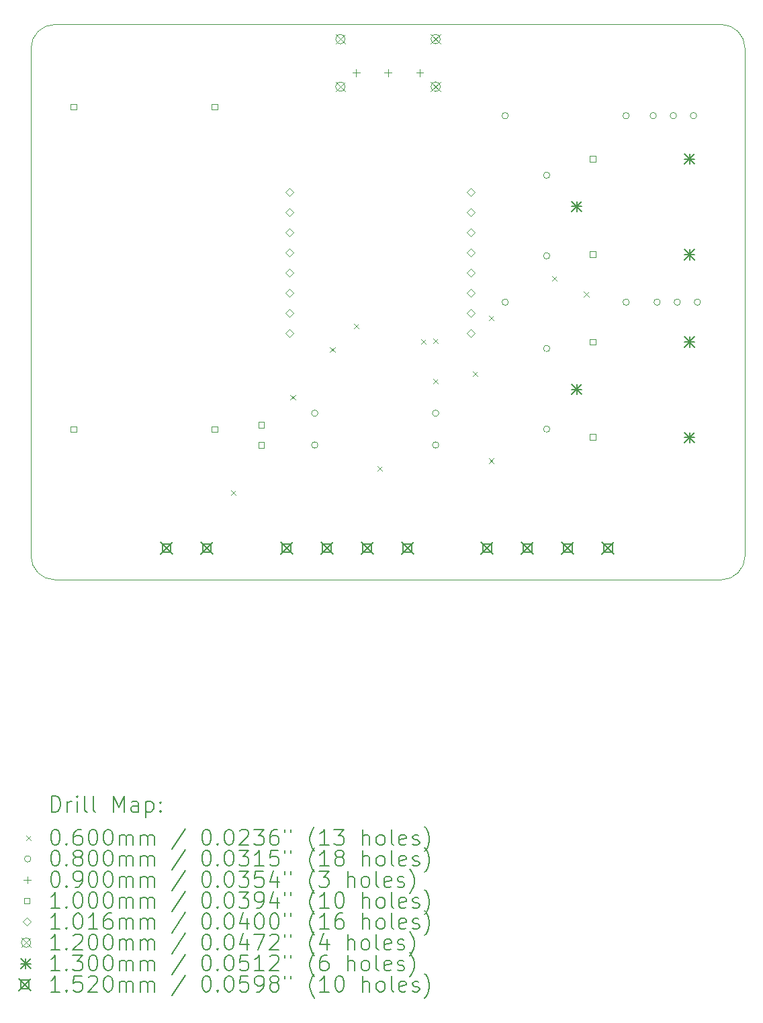
<source format=gbr>
%TF.GenerationSoftware,KiCad,Pcbnew,7.0.11-7.0.11~ubuntu22.04.1*%
%TF.CreationDate,2024-06-03T23:15:05-04:00*%
%TF.ProjectId,GarageDoor,47617261-6765-4446-9f6f-722e6b696361,rev?*%
%TF.SameCoordinates,Original*%
%TF.FileFunction,Drillmap*%
%TF.FilePolarity,Positive*%
%FSLAX45Y45*%
G04 Gerber Fmt 4.5, Leading zero omitted, Abs format (unit mm)*
G04 Created by KiCad (PCBNEW 7.0.11-7.0.11~ubuntu22.04.1) date 2024-06-03 23:15:05*
%MOMM*%
%LPD*%
G01*
G04 APERTURE LIST*
%ADD10C,0.050000*%
%ADD11C,0.200000*%
%ADD12C,0.100000*%
%ADD13C,0.101600*%
%ADD14C,0.120000*%
%ADD15C,0.130000*%
%ADD16C,0.152000*%
G04 APERTURE END LIST*
D10*
X11500000Y-2800000D02*
X11500000Y-9200000D01*
X2800000Y-2500000D02*
G75*
G03*
X2500000Y-2800000I0J-300000D01*
G01*
X2500000Y-9200000D02*
X2500000Y-2800000D01*
X11200000Y-9500000D02*
G75*
G03*
X11500000Y-9200000I0J300000D01*
G01*
X2500000Y-9200000D02*
G75*
G03*
X2800000Y-9500000I300000J0D01*
G01*
X11500000Y-2800000D02*
G75*
G03*
X11200000Y-2500000I-300000J0D01*
G01*
X2800000Y-2500000D02*
X11200000Y-2500000D01*
X11200000Y-9500000D02*
X2800000Y-9500000D01*
D11*
D12*
X5020000Y-8370000D02*
X5080000Y-8430000D01*
X5080000Y-8370000D02*
X5020000Y-8430000D01*
X5770000Y-7170000D02*
X5830000Y-7230000D01*
X5830000Y-7170000D02*
X5770000Y-7230000D01*
X6270000Y-6570000D02*
X6330000Y-6630000D01*
X6330000Y-6570000D02*
X6270000Y-6630000D01*
X6570000Y-6270000D02*
X6630000Y-6330000D01*
X6630000Y-6270000D02*
X6570000Y-6330000D01*
X6870000Y-8070000D02*
X6930000Y-8130000D01*
X6930000Y-8070000D02*
X6870000Y-8130000D01*
X7420000Y-6470000D02*
X7480000Y-6530000D01*
X7480000Y-6470000D02*
X7420000Y-6530000D01*
X7570000Y-6460000D02*
X7630000Y-6520000D01*
X7630000Y-6460000D02*
X7570000Y-6520000D01*
X7570000Y-6970000D02*
X7630000Y-7030000D01*
X7630000Y-6970000D02*
X7570000Y-7030000D01*
X8070000Y-6870000D02*
X8130000Y-6930000D01*
X8130000Y-6870000D02*
X8070000Y-6930000D01*
X8270000Y-6170000D02*
X8330000Y-6230000D01*
X8330000Y-6170000D02*
X8270000Y-6230000D01*
X8270000Y-7970000D02*
X8330000Y-8030000D01*
X8330000Y-7970000D02*
X8270000Y-8030000D01*
X9070000Y-5670000D02*
X9130000Y-5730000D01*
X9130000Y-5670000D02*
X9070000Y-5730000D01*
X9470000Y-5870000D02*
X9530000Y-5930000D01*
X9530000Y-5870000D02*
X9470000Y-5930000D01*
X6116000Y-7400000D02*
G75*
G03*
X6036000Y-7400000I-40000J0D01*
G01*
X6036000Y-7400000D02*
G75*
G03*
X6116000Y-7400000I40000J0D01*
G01*
X6116000Y-7800000D02*
G75*
G03*
X6036000Y-7800000I-40000J0D01*
G01*
X6036000Y-7800000D02*
G75*
G03*
X6116000Y-7800000I40000J0D01*
G01*
X7640000Y-7400000D02*
G75*
G03*
X7560000Y-7400000I-40000J0D01*
G01*
X7560000Y-7400000D02*
G75*
G03*
X7640000Y-7400000I40000J0D01*
G01*
X7640000Y-7800000D02*
G75*
G03*
X7560000Y-7800000I-40000J0D01*
G01*
X7560000Y-7800000D02*
G75*
G03*
X7640000Y-7800000I40000J0D01*
G01*
X8516000Y-3650000D02*
G75*
G03*
X8436000Y-3650000I-40000J0D01*
G01*
X8436000Y-3650000D02*
G75*
G03*
X8516000Y-3650000I40000J0D01*
G01*
X8516000Y-6000000D02*
G75*
G03*
X8436000Y-6000000I-40000J0D01*
G01*
X8436000Y-6000000D02*
G75*
G03*
X8516000Y-6000000I40000J0D01*
G01*
X9040000Y-4400000D02*
G75*
G03*
X8960000Y-4400000I-40000J0D01*
G01*
X8960000Y-4400000D02*
G75*
G03*
X9040000Y-4400000I40000J0D01*
G01*
X9040000Y-5416000D02*
G75*
G03*
X8960000Y-5416000I-40000J0D01*
G01*
X8960000Y-5416000D02*
G75*
G03*
X9040000Y-5416000I40000J0D01*
G01*
X9040000Y-6584000D02*
G75*
G03*
X8960000Y-6584000I-40000J0D01*
G01*
X8960000Y-6584000D02*
G75*
G03*
X9040000Y-6584000I40000J0D01*
G01*
X9040000Y-7600000D02*
G75*
G03*
X8960000Y-7600000I-40000J0D01*
G01*
X8960000Y-7600000D02*
G75*
G03*
X9040000Y-7600000I40000J0D01*
G01*
X10040000Y-3650000D02*
G75*
G03*
X9960000Y-3650000I-40000J0D01*
G01*
X9960000Y-3650000D02*
G75*
G03*
X10040000Y-3650000I40000J0D01*
G01*
X10040000Y-6000000D02*
G75*
G03*
X9960000Y-6000000I-40000J0D01*
G01*
X9960000Y-6000000D02*
G75*
G03*
X10040000Y-6000000I40000J0D01*
G01*
X10382000Y-3650000D02*
G75*
G03*
X10302000Y-3650000I-40000J0D01*
G01*
X10302000Y-3650000D02*
G75*
G03*
X10382000Y-3650000I40000J0D01*
G01*
X10432000Y-6000000D02*
G75*
G03*
X10352000Y-6000000I-40000J0D01*
G01*
X10352000Y-6000000D02*
G75*
G03*
X10432000Y-6000000I40000J0D01*
G01*
X10636000Y-3650000D02*
G75*
G03*
X10556000Y-3650000I-40000J0D01*
G01*
X10556000Y-3650000D02*
G75*
G03*
X10636000Y-3650000I40000J0D01*
G01*
X10686000Y-6000000D02*
G75*
G03*
X10606000Y-6000000I-40000J0D01*
G01*
X10606000Y-6000000D02*
G75*
G03*
X10686000Y-6000000I40000J0D01*
G01*
X10890000Y-3650000D02*
G75*
G03*
X10810000Y-3650000I-40000J0D01*
G01*
X10810000Y-3650000D02*
G75*
G03*
X10890000Y-3650000I40000J0D01*
G01*
X10940000Y-6000000D02*
G75*
G03*
X10860000Y-6000000I-40000J0D01*
G01*
X10860000Y-6000000D02*
G75*
G03*
X10940000Y-6000000I40000J0D01*
G01*
X6600000Y-3064000D02*
X6600000Y-3154000D01*
X6555000Y-3109000D02*
X6645000Y-3109000D01*
X7000000Y-3064000D02*
X7000000Y-3154000D01*
X6955000Y-3109000D02*
X7045000Y-3109000D01*
X7400000Y-3064000D02*
X7400000Y-3154000D01*
X7355000Y-3109000D02*
X7445000Y-3109000D01*
X3071356Y-3573356D02*
X3071356Y-3502644D01*
X3000644Y-3502644D01*
X3000644Y-3573356D01*
X3071356Y-3573356D01*
X3071356Y-7637356D02*
X3071356Y-7566644D01*
X3000644Y-7566644D01*
X3000644Y-7637356D01*
X3071356Y-7637356D01*
X4849356Y-3573356D02*
X4849356Y-3502644D01*
X4778644Y-3502644D01*
X4778644Y-3573356D01*
X4849356Y-3573356D01*
X4849356Y-7637356D02*
X4849356Y-7566644D01*
X4778644Y-7566644D01*
X4778644Y-7637356D01*
X4849356Y-7637356D01*
X5435356Y-7581356D02*
X5435356Y-7510644D01*
X5364644Y-7510644D01*
X5364644Y-7581356D01*
X5435356Y-7581356D01*
X5435356Y-7835356D02*
X5435356Y-7764644D01*
X5364644Y-7764644D01*
X5364644Y-7835356D01*
X5435356Y-7835356D01*
X9615356Y-4230356D02*
X9615356Y-4159644D01*
X9544644Y-4159644D01*
X9544644Y-4230356D01*
X9615356Y-4230356D01*
X9615356Y-5430356D02*
X9615356Y-5359644D01*
X9544644Y-5359644D01*
X9544644Y-5430356D01*
X9615356Y-5430356D01*
X9615356Y-6535356D02*
X9615356Y-6464644D01*
X9544644Y-6464644D01*
X9544644Y-6535356D01*
X9615356Y-6535356D01*
X9615356Y-7735356D02*
X9615356Y-7664644D01*
X9544644Y-7664644D01*
X9544644Y-7735356D01*
X9615356Y-7735356D01*
D13*
X5757000Y-4661800D02*
X5807800Y-4611000D01*
X5757000Y-4560200D01*
X5706200Y-4611000D01*
X5757000Y-4661800D01*
X5757000Y-4915800D02*
X5807800Y-4865000D01*
X5757000Y-4814200D01*
X5706200Y-4865000D01*
X5757000Y-4915800D01*
X5757000Y-5169800D02*
X5807800Y-5119000D01*
X5757000Y-5068200D01*
X5706200Y-5119000D01*
X5757000Y-5169800D01*
X5757000Y-5423800D02*
X5807800Y-5373000D01*
X5757000Y-5322200D01*
X5706200Y-5373000D01*
X5757000Y-5423800D01*
X5757000Y-5677800D02*
X5807800Y-5627000D01*
X5757000Y-5576200D01*
X5706200Y-5627000D01*
X5757000Y-5677800D01*
X5757000Y-5931800D02*
X5807800Y-5881000D01*
X5757000Y-5830200D01*
X5706200Y-5881000D01*
X5757000Y-5931800D01*
X5757000Y-6185800D02*
X5807800Y-6135000D01*
X5757000Y-6084200D01*
X5706200Y-6135000D01*
X5757000Y-6185800D01*
X5757000Y-6439800D02*
X5807800Y-6389000D01*
X5757000Y-6338200D01*
X5706200Y-6389000D01*
X5757000Y-6439800D01*
X8043000Y-4661800D02*
X8093800Y-4611000D01*
X8043000Y-4560200D01*
X7992200Y-4611000D01*
X8043000Y-4661800D01*
X8043000Y-4915800D02*
X8093800Y-4865000D01*
X8043000Y-4814200D01*
X7992200Y-4865000D01*
X8043000Y-4915800D01*
X8043000Y-5169800D02*
X8093800Y-5119000D01*
X8043000Y-5068200D01*
X7992200Y-5119000D01*
X8043000Y-5169800D01*
X8043000Y-5423800D02*
X8093800Y-5373000D01*
X8043000Y-5322200D01*
X7992200Y-5373000D01*
X8043000Y-5423800D01*
X8043000Y-5677800D02*
X8093800Y-5627000D01*
X8043000Y-5576200D01*
X7992200Y-5627000D01*
X8043000Y-5677800D01*
X8043000Y-5931800D02*
X8093800Y-5881000D01*
X8043000Y-5830200D01*
X7992200Y-5881000D01*
X8043000Y-5931800D01*
X8043000Y-6185800D02*
X8093800Y-6135000D01*
X8043000Y-6084200D01*
X7992200Y-6135000D01*
X8043000Y-6185800D01*
X8043000Y-6439800D02*
X8093800Y-6389000D01*
X8043000Y-6338200D01*
X7992200Y-6389000D01*
X8043000Y-6439800D01*
D14*
X6340000Y-2624000D02*
X6460000Y-2744000D01*
X6460000Y-2624000D02*
X6340000Y-2744000D01*
X6460000Y-2684000D02*
G75*
G03*
X6340000Y-2684000I-60000J0D01*
G01*
X6340000Y-2684000D02*
G75*
G03*
X6460000Y-2684000I60000J0D01*
G01*
X6340000Y-3224000D02*
X6460000Y-3344000D01*
X6460000Y-3224000D02*
X6340000Y-3344000D01*
X6460000Y-3284000D02*
G75*
G03*
X6340000Y-3284000I-60000J0D01*
G01*
X6340000Y-3284000D02*
G75*
G03*
X6460000Y-3284000I60000J0D01*
G01*
X7540000Y-2624000D02*
X7660000Y-2744000D01*
X7660000Y-2624000D02*
X7540000Y-2744000D01*
X7660000Y-2684000D02*
G75*
G03*
X7540000Y-2684000I-60000J0D01*
G01*
X7540000Y-2684000D02*
G75*
G03*
X7660000Y-2684000I60000J0D01*
G01*
X7540000Y-3224000D02*
X7660000Y-3344000D01*
X7660000Y-3224000D02*
X7540000Y-3344000D01*
X7660000Y-3284000D02*
G75*
G03*
X7540000Y-3284000I-60000J0D01*
G01*
X7540000Y-3284000D02*
G75*
G03*
X7660000Y-3284000I60000J0D01*
G01*
D15*
X9315000Y-4730000D02*
X9445000Y-4860000D01*
X9445000Y-4730000D02*
X9315000Y-4860000D01*
X9380000Y-4730000D02*
X9380000Y-4860000D01*
X9315000Y-4795000D02*
X9445000Y-4795000D01*
X9315000Y-7035000D02*
X9445000Y-7165000D01*
X9445000Y-7035000D02*
X9315000Y-7165000D01*
X9380000Y-7035000D02*
X9380000Y-7165000D01*
X9315000Y-7100000D02*
X9445000Y-7100000D01*
X10735000Y-4130000D02*
X10865000Y-4260000D01*
X10865000Y-4130000D02*
X10735000Y-4260000D01*
X10800000Y-4130000D02*
X10800000Y-4260000D01*
X10735000Y-4195000D02*
X10865000Y-4195000D01*
X10735000Y-5335000D02*
X10865000Y-5465000D01*
X10865000Y-5335000D02*
X10735000Y-5465000D01*
X10800000Y-5335000D02*
X10800000Y-5465000D01*
X10735000Y-5400000D02*
X10865000Y-5400000D01*
X10735000Y-6435000D02*
X10865000Y-6565000D01*
X10865000Y-6435000D02*
X10735000Y-6565000D01*
X10800000Y-6435000D02*
X10800000Y-6565000D01*
X10735000Y-6500000D02*
X10865000Y-6500000D01*
X10735000Y-7640000D02*
X10865000Y-7770000D01*
X10865000Y-7640000D02*
X10735000Y-7770000D01*
X10800000Y-7640000D02*
X10800000Y-7770000D01*
X10735000Y-7705000D02*
X10865000Y-7705000D01*
D16*
X4133000Y-9024000D02*
X4285000Y-9176000D01*
X4285000Y-9024000D02*
X4133000Y-9176000D01*
X4262741Y-9153741D02*
X4262741Y-9046259D01*
X4155259Y-9046259D01*
X4155259Y-9153741D01*
X4262741Y-9153741D01*
X4641000Y-9024000D02*
X4793000Y-9176000D01*
X4793000Y-9024000D02*
X4641000Y-9176000D01*
X4770741Y-9153741D02*
X4770741Y-9046259D01*
X4663259Y-9046259D01*
X4663259Y-9153741D01*
X4770741Y-9153741D01*
X5646000Y-9024000D02*
X5798000Y-9176000D01*
X5798000Y-9024000D02*
X5646000Y-9176000D01*
X5775741Y-9153741D02*
X5775741Y-9046259D01*
X5668259Y-9046259D01*
X5668259Y-9153741D01*
X5775741Y-9153741D01*
X6154000Y-9024000D02*
X6306000Y-9176000D01*
X6306000Y-9024000D02*
X6154000Y-9176000D01*
X6283741Y-9153741D02*
X6283741Y-9046259D01*
X6176259Y-9046259D01*
X6176259Y-9153741D01*
X6283741Y-9153741D01*
X6662000Y-9024000D02*
X6814000Y-9176000D01*
X6814000Y-9024000D02*
X6662000Y-9176000D01*
X6791741Y-9153741D02*
X6791741Y-9046259D01*
X6684259Y-9046259D01*
X6684259Y-9153741D01*
X6791741Y-9153741D01*
X7170000Y-9024000D02*
X7322000Y-9176000D01*
X7322000Y-9024000D02*
X7170000Y-9176000D01*
X7299741Y-9153741D02*
X7299741Y-9046259D01*
X7192259Y-9046259D01*
X7192259Y-9153741D01*
X7299741Y-9153741D01*
X8174000Y-9024000D02*
X8326000Y-9176000D01*
X8326000Y-9024000D02*
X8174000Y-9176000D01*
X8303741Y-9153741D02*
X8303741Y-9046259D01*
X8196259Y-9046259D01*
X8196259Y-9153741D01*
X8303741Y-9153741D01*
X8682000Y-9024000D02*
X8834000Y-9176000D01*
X8834000Y-9024000D02*
X8682000Y-9176000D01*
X8811741Y-9153741D02*
X8811741Y-9046259D01*
X8704259Y-9046259D01*
X8704259Y-9153741D01*
X8811741Y-9153741D01*
X9190000Y-9024000D02*
X9342000Y-9176000D01*
X9342000Y-9024000D02*
X9190000Y-9176000D01*
X9319741Y-9153741D02*
X9319741Y-9046259D01*
X9212259Y-9046259D01*
X9212259Y-9153741D01*
X9319741Y-9153741D01*
X9698000Y-9024000D02*
X9850000Y-9176000D01*
X9850000Y-9024000D02*
X9698000Y-9176000D01*
X9827741Y-9153741D02*
X9827741Y-9046259D01*
X9720259Y-9046259D01*
X9720259Y-9153741D01*
X9827741Y-9153741D01*
D11*
X2758277Y-12424984D02*
X2758277Y-12224984D01*
X2758277Y-12224984D02*
X2805896Y-12224984D01*
X2805896Y-12224984D02*
X2834467Y-12234508D01*
X2834467Y-12234508D02*
X2853515Y-12253555D01*
X2853515Y-12253555D02*
X2863039Y-12272603D01*
X2863039Y-12272603D02*
X2872562Y-12310698D01*
X2872562Y-12310698D02*
X2872562Y-12339269D01*
X2872562Y-12339269D02*
X2863039Y-12377365D01*
X2863039Y-12377365D02*
X2853515Y-12396412D01*
X2853515Y-12396412D02*
X2834467Y-12415460D01*
X2834467Y-12415460D02*
X2805896Y-12424984D01*
X2805896Y-12424984D02*
X2758277Y-12424984D01*
X2958277Y-12424984D02*
X2958277Y-12291650D01*
X2958277Y-12329746D02*
X2967801Y-12310698D01*
X2967801Y-12310698D02*
X2977324Y-12301174D01*
X2977324Y-12301174D02*
X2996372Y-12291650D01*
X2996372Y-12291650D02*
X3015420Y-12291650D01*
X3082086Y-12424984D02*
X3082086Y-12291650D01*
X3082086Y-12224984D02*
X3072562Y-12234508D01*
X3072562Y-12234508D02*
X3082086Y-12244031D01*
X3082086Y-12244031D02*
X3091610Y-12234508D01*
X3091610Y-12234508D02*
X3082086Y-12224984D01*
X3082086Y-12224984D02*
X3082086Y-12244031D01*
X3205896Y-12424984D02*
X3186848Y-12415460D01*
X3186848Y-12415460D02*
X3177324Y-12396412D01*
X3177324Y-12396412D02*
X3177324Y-12224984D01*
X3310658Y-12424984D02*
X3291610Y-12415460D01*
X3291610Y-12415460D02*
X3282086Y-12396412D01*
X3282086Y-12396412D02*
X3282086Y-12224984D01*
X3539229Y-12424984D02*
X3539229Y-12224984D01*
X3539229Y-12224984D02*
X3605896Y-12367841D01*
X3605896Y-12367841D02*
X3672562Y-12224984D01*
X3672562Y-12224984D02*
X3672562Y-12424984D01*
X3853515Y-12424984D02*
X3853515Y-12320222D01*
X3853515Y-12320222D02*
X3843991Y-12301174D01*
X3843991Y-12301174D02*
X3824943Y-12291650D01*
X3824943Y-12291650D02*
X3786848Y-12291650D01*
X3786848Y-12291650D02*
X3767801Y-12301174D01*
X3853515Y-12415460D02*
X3834467Y-12424984D01*
X3834467Y-12424984D02*
X3786848Y-12424984D01*
X3786848Y-12424984D02*
X3767801Y-12415460D01*
X3767801Y-12415460D02*
X3758277Y-12396412D01*
X3758277Y-12396412D02*
X3758277Y-12377365D01*
X3758277Y-12377365D02*
X3767801Y-12358317D01*
X3767801Y-12358317D02*
X3786848Y-12348793D01*
X3786848Y-12348793D02*
X3834467Y-12348793D01*
X3834467Y-12348793D02*
X3853515Y-12339269D01*
X3948753Y-12291650D02*
X3948753Y-12491650D01*
X3948753Y-12301174D02*
X3967801Y-12291650D01*
X3967801Y-12291650D02*
X4005896Y-12291650D01*
X4005896Y-12291650D02*
X4024943Y-12301174D01*
X4024943Y-12301174D02*
X4034467Y-12310698D01*
X4034467Y-12310698D02*
X4043991Y-12329746D01*
X4043991Y-12329746D02*
X4043991Y-12386888D01*
X4043991Y-12386888D02*
X4034467Y-12405936D01*
X4034467Y-12405936D02*
X4024943Y-12415460D01*
X4024943Y-12415460D02*
X4005896Y-12424984D01*
X4005896Y-12424984D02*
X3967801Y-12424984D01*
X3967801Y-12424984D02*
X3948753Y-12415460D01*
X4129705Y-12405936D02*
X4139229Y-12415460D01*
X4139229Y-12415460D02*
X4129705Y-12424984D01*
X4129705Y-12424984D02*
X4120182Y-12415460D01*
X4120182Y-12415460D02*
X4129705Y-12405936D01*
X4129705Y-12405936D02*
X4129705Y-12424984D01*
X4129705Y-12301174D02*
X4139229Y-12310698D01*
X4139229Y-12310698D02*
X4129705Y-12320222D01*
X4129705Y-12320222D02*
X4120182Y-12310698D01*
X4120182Y-12310698D02*
X4129705Y-12301174D01*
X4129705Y-12301174D02*
X4129705Y-12320222D01*
D12*
X2437500Y-12723500D02*
X2497500Y-12783500D01*
X2497500Y-12723500D02*
X2437500Y-12783500D01*
D11*
X2796372Y-12644984D02*
X2815420Y-12644984D01*
X2815420Y-12644984D02*
X2834467Y-12654508D01*
X2834467Y-12654508D02*
X2843991Y-12664031D01*
X2843991Y-12664031D02*
X2853515Y-12683079D01*
X2853515Y-12683079D02*
X2863039Y-12721174D01*
X2863039Y-12721174D02*
X2863039Y-12768793D01*
X2863039Y-12768793D02*
X2853515Y-12806888D01*
X2853515Y-12806888D02*
X2843991Y-12825936D01*
X2843991Y-12825936D02*
X2834467Y-12835460D01*
X2834467Y-12835460D02*
X2815420Y-12844984D01*
X2815420Y-12844984D02*
X2796372Y-12844984D01*
X2796372Y-12844984D02*
X2777324Y-12835460D01*
X2777324Y-12835460D02*
X2767801Y-12825936D01*
X2767801Y-12825936D02*
X2758277Y-12806888D01*
X2758277Y-12806888D02*
X2748753Y-12768793D01*
X2748753Y-12768793D02*
X2748753Y-12721174D01*
X2748753Y-12721174D02*
X2758277Y-12683079D01*
X2758277Y-12683079D02*
X2767801Y-12664031D01*
X2767801Y-12664031D02*
X2777324Y-12654508D01*
X2777324Y-12654508D02*
X2796372Y-12644984D01*
X2948753Y-12825936D02*
X2958277Y-12835460D01*
X2958277Y-12835460D02*
X2948753Y-12844984D01*
X2948753Y-12844984D02*
X2939229Y-12835460D01*
X2939229Y-12835460D02*
X2948753Y-12825936D01*
X2948753Y-12825936D02*
X2948753Y-12844984D01*
X3129705Y-12644984D02*
X3091610Y-12644984D01*
X3091610Y-12644984D02*
X3072562Y-12654508D01*
X3072562Y-12654508D02*
X3063039Y-12664031D01*
X3063039Y-12664031D02*
X3043991Y-12692603D01*
X3043991Y-12692603D02*
X3034467Y-12730698D01*
X3034467Y-12730698D02*
X3034467Y-12806888D01*
X3034467Y-12806888D02*
X3043991Y-12825936D01*
X3043991Y-12825936D02*
X3053515Y-12835460D01*
X3053515Y-12835460D02*
X3072562Y-12844984D01*
X3072562Y-12844984D02*
X3110658Y-12844984D01*
X3110658Y-12844984D02*
X3129705Y-12835460D01*
X3129705Y-12835460D02*
X3139229Y-12825936D01*
X3139229Y-12825936D02*
X3148753Y-12806888D01*
X3148753Y-12806888D02*
X3148753Y-12759269D01*
X3148753Y-12759269D02*
X3139229Y-12740222D01*
X3139229Y-12740222D02*
X3129705Y-12730698D01*
X3129705Y-12730698D02*
X3110658Y-12721174D01*
X3110658Y-12721174D02*
X3072562Y-12721174D01*
X3072562Y-12721174D02*
X3053515Y-12730698D01*
X3053515Y-12730698D02*
X3043991Y-12740222D01*
X3043991Y-12740222D02*
X3034467Y-12759269D01*
X3272562Y-12644984D02*
X3291610Y-12644984D01*
X3291610Y-12644984D02*
X3310658Y-12654508D01*
X3310658Y-12654508D02*
X3320182Y-12664031D01*
X3320182Y-12664031D02*
X3329705Y-12683079D01*
X3329705Y-12683079D02*
X3339229Y-12721174D01*
X3339229Y-12721174D02*
X3339229Y-12768793D01*
X3339229Y-12768793D02*
X3329705Y-12806888D01*
X3329705Y-12806888D02*
X3320182Y-12825936D01*
X3320182Y-12825936D02*
X3310658Y-12835460D01*
X3310658Y-12835460D02*
X3291610Y-12844984D01*
X3291610Y-12844984D02*
X3272562Y-12844984D01*
X3272562Y-12844984D02*
X3253515Y-12835460D01*
X3253515Y-12835460D02*
X3243991Y-12825936D01*
X3243991Y-12825936D02*
X3234467Y-12806888D01*
X3234467Y-12806888D02*
X3224943Y-12768793D01*
X3224943Y-12768793D02*
X3224943Y-12721174D01*
X3224943Y-12721174D02*
X3234467Y-12683079D01*
X3234467Y-12683079D02*
X3243991Y-12664031D01*
X3243991Y-12664031D02*
X3253515Y-12654508D01*
X3253515Y-12654508D02*
X3272562Y-12644984D01*
X3463039Y-12644984D02*
X3482086Y-12644984D01*
X3482086Y-12644984D02*
X3501134Y-12654508D01*
X3501134Y-12654508D02*
X3510658Y-12664031D01*
X3510658Y-12664031D02*
X3520182Y-12683079D01*
X3520182Y-12683079D02*
X3529705Y-12721174D01*
X3529705Y-12721174D02*
X3529705Y-12768793D01*
X3529705Y-12768793D02*
X3520182Y-12806888D01*
X3520182Y-12806888D02*
X3510658Y-12825936D01*
X3510658Y-12825936D02*
X3501134Y-12835460D01*
X3501134Y-12835460D02*
X3482086Y-12844984D01*
X3482086Y-12844984D02*
X3463039Y-12844984D01*
X3463039Y-12844984D02*
X3443991Y-12835460D01*
X3443991Y-12835460D02*
X3434467Y-12825936D01*
X3434467Y-12825936D02*
X3424943Y-12806888D01*
X3424943Y-12806888D02*
X3415420Y-12768793D01*
X3415420Y-12768793D02*
X3415420Y-12721174D01*
X3415420Y-12721174D02*
X3424943Y-12683079D01*
X3424943Y-12683079D02*
X3434467Y-12664031D01*
X3434467Y-12664031D02*
X3443991Y-12654508D01*
X3443991Y-12654508D02*
X3463039Y-12644984D01*
X3615420Y-12844984D02*
X3615420Y-12711650D01*
X3615420Y-12730698D02*
X3624943Y-12721174D01*
X3624943Y-12721174D02*
X3643991Y-12711650D01*
X3643991Y-12711650D02*
X3672563Y-12711650D01*
X3672563Y-12711650D02*
X3691610Y-12721174D01*
X3691610Y-12721174D02*
X3701134Y-12740222D01*
X3701134Y-12740222D02*
X3701134Y-12844984D01*
X3701134Y-12740222D02*
X3710658Y-12721174D01*
X3710658Y-12721174D02*
X3729705Y-12711650D01*
X3729705Y-12711650D02*
X3758277Y-12711650D01*
X3758277Y-12711650D02*
X3777324Y-12721174D01*
X3777324Y-12721174D02*
X3786848Y-12740222D01*
X3786848Y-12740222D02*
X3786848Y-12844984D01*
X3882086Y-12844984D02*
X3882086Y-12711650D01*
X3882086Y-12730698D02*
X3891610Y-12721174D01*
X3891610Y-12721174D02*
X3910658Y-12711650D01*
X3910658Y-12711650D02*
X3939229Y-12711650D01*
X3939229Y-12711650D02*
X3958277Y-12721174D01*
X3958277Y-12721174D02*
X3967801Y-12740222D01*
X3967801Y-12740222D02*
X3967801Y-12844984D01*
X3967801Y-12740222D02*
X3977324Y-12721174D01*
X3977324Y-12721174D02*
X3996372Y-12711650D01*
X3996372Y-12711650D02*
X4024943Y-12711650D01*
X4024943Y-12711650D02*
X4043991Y-12721174D01*
X4043991Y-12721174D02*
X4053515Y-12740222D01*
X4053515Y-12740222D02*
X4053515Y-12844984D01*
X4443991Y-12635460D02*
X4272563Y-12892603D01*
X4701134Y-12644984D02*
X4720182Y-12644984D01*
X4720182Y-12644984D02*
X4739229Y-12654508D01*
X4739229Y-12654508D02*
X4748753Y-12664031D01*
X4748753Y-12664031D02*
X4758277Y-12683079D01*
X4758277Y-12683079D02*
X4767801Y-12721174D01*
X4767801Y-12721174D02*
X4767801Y-12768793D01*
X4767801Y-12768793D02*
X4758277Y-12806888D01*
X4758277Y-12806888D02*
X4748753Y-12825936D01*
X4748753Y-12825936D02*
X4739229Y-12835460D01*
X4739229Y-12835460D02*
X4720182Y-12844984D01*
X4720182Y-12844984D02*
X4701134Y-12844984D01*
X4701134Y-12844984D02*
X4682087Y-12835460D01*
X4682087Y-12835460D02*
X4672563Y-12825936D01*
X4672563Y-12825936D02*
X4663039Y-12806888D01*
X4663039Y-12806888D02*
X4653515Y-12768793D01*
X4653515Y-12768793D02*
X4653515Y-12721174D01*
X4653515Y-12721174D02*
X4663039Y-12683079D01*
X4663039Y-12683079D02*
X4672563Y-12664031D01*
X4672563Y-12664031D02*
X4682087Y-12654508D01*
X4682087Y-12654508D02*
X4701134Y-12644984D01*
X4853515Y-12825936D02*
X4863039Y-12835460D01*
X4863039Y-12835460D02*
X4853515Y-12844984D01*
X4853515Y-12844984D02*
X4843991Y-12835460D01*
X4843991Y-12835460D02*
X4853515Y-12825936D01*
X4853515Y-12825936D02*
X4853515Y-12844984D01*
X4986848Y-12644984D02*
X5005896Y-12644984D01*
X5005896Y-12644984D02*
X5024944Y-12654508D01*
X5024944Y-12654508D02*
X5034468Y-12664031D01*
X5034468Y-12664031D02*
X5043991Y-12683079D01*
X5043991Y-12683079D02*
X5053515Y-12721174D01*
X5053515Y-12721174D02*
X5053515Y-12768793D01*
X5053515Y-12768793D02*
X5043991Y-12806888D01*
X5043991Y-12806888D02*
X5034468Y-12825936D01*
X5034468Y-12825936D02*
X5024944Y-12835460D01*
X5024944Y-12835460D02*
X5005896Y-12844984D01*
X5005896Y-12844984D02*
X4986848Y-12844984D01*
X4986848Y-12844984D02*
X4967801Y-12835460D01*
X4967801Y-12835460D02*
X4958277Y-12825936D01*
X4958277Y-12825936D02*
X4948753Y-12806888D01*
X4948753Y-12806888D02*
X4939229Y-12768793D01*
X4939229Y-12768793D02*
X4939229Y-12721174D01*
X4939229Y-12721174D02*
X4948753Y-12683079D01*
X4948753Y-12683079D02*
X4958277Y-12664031D01*
X4958277Y-12664031D02*
X4967801Y-12654508D01*
X4967801Y-12654508D02*
X4986848Y-12644984D01*
X5129706Y-12664031D02*
X5139229Y-12654508D01*
X5139229Y-12654508D02*
X5158277Y-12644984D01*
X5158277Y-12644984D02*
X5205896Y-12644984D01*
X5205896Y-12644984D02*
X5224944Y-12654508D01*
X5224944Y-12654508D02*
X5234468Y-12664031D01*
X5234468Y-12664031D02*
X5243991Y-12683079D01*
X5243991Y-12683079D02*
X5243991Y-12702127D01*
X5243991Y-12702127D02*
X5234468Y-12730698D01*
X5234468Y-12730698D02*
X5120182Y-12844984D01*
X5120182Y-12844984D02*
X5243991Y-12844984D01*
X5310658Y-12644984D02*
X5434468Y-12644984D01*
X5434468Y-12644984D02*
X5367801Y-12721174D01*
X5367801Y-12721174D02*
X5396372Y-12721174D01*
X5396372Y-12721174D02*
X5415420Y-12730698D01*
X5415420Y-12730698D02*
X5424944Y-12740222D01*
X5424944Y-12740222D02*
X5434468Y-12759269D01*
X5434468Y-12759269D02*
X5434468Y-12806888D01*
X5434468Y-12806888D02*
X5424944Y-12825936D01*
X5424944Y-12825936D02*
X5415420Y-12835460D01*
X5415420Y-12835460D02*
X5396372Y-12844984D01*
X5396372Y-12844984D02*
X5339229Y-12844984D01*
X5339229Y-12844984D02*
X5320182Y-12835460D01*
X5320182Y-12835460D02*
X5310658Y-12825936D01*
X5605896Y-12644984D02*
X5567801Y-12644984D01*
X5567801Y-12644984D02*
X5548753Y-12654508D01*
X5548753Y-12654508D02*
X5539229Y-12664031D01*
X5539229Y-12664031D02*
X5520182Y-12692603D01*
X5520182Y-12692603D02*
X5510658Y-12730698D01*
X5510658Y-12730698D02*
X5510658Y-12806888D01*
X5510658Y-12806888D02*
X5520182Y-12825936D01*
X5520182Y-12825936D02*
X5529706Y-12835460D01*
X5529706Y-12835460D02*
X5548753Y-12844984D01*
X5548753Y-12844984D02*
X5586849Y-12844984D01*
X5586849Y-12844984D02*
X5605896Y-12835460D01*
X5605896Y-12835460D02*
X5615420Y-12825936D01*
X5615420Y-12825936D02*
X5624944Y-12806888D01*
X5624944Y-12806888D02*
X5624944Y-12759269D01*
X5624944Y-12759269D02*
X5615420Y-12740222D01*
X5615420Y-12740222D02*
X5605896Y-12730698D01*
X5605896Y-12730698D02*
X5586849Y-12721174D01*
X5586849Y-12721174D02*
X5548753Y-12721174D01*
X5548753Y-12721174D02*
X5529706Y-12730698D01*
X5529706Y-12730698D02*
X5520182Y-12740222D01*
X5520182Y-12740222D02*
X5510658Y-12759269D01*
X5701134Y-12644984D02*
X5701134Y-12683079D01*
X5777325Y-12644984D02*
X5777325Y-12683079D01*
X6072563Y-12921174D02*
X6063039Y-12911650D01*
X6063039Y-12911650D02*
X6043991Y-12883079D01*
X6043991Y-12883079D02*
X6034468Y-12864031D01*
X6034468Y-12864031D02*
X6024944Y-12835460D01*
X6024944Y-12835460D02*
X6015420Y-12787841D01*
X6015420Y-12787841D02*
X6015420Y-12749746D01*
X6015420Y-12749746D02*
X6024944Y-12702127D01*
X6024944Y-12702127D02*
X6034468Y-12673555D01*
X6034468Y-12673555D02*
X6043991Y-12654508D01*
X6043991Y-12654508D02*
X6063039Y-12625936D01*
X6063039Y-12625936D02*
X6072563Y-12616412D01*
X6253515Y-12844984D02*
X6139229Y-12844984D01*
X6196372Y-12844984D02*
X6196372Y-12644984D01*
X6196372Y-12644984D02*
X6177325Y-12673555D01*
X6177325Y-12673555D02*
X6158277Y-12692603D01*
X6158277Y-12692603D02*
X6139229Y-12702127D01*
X6320182Y-12644984D02*
X6443991Y-12644984D01*
X6443991Y-12644984D02*
X6377325Y-12721174D01*
X6377325Y-12721174D02*
X6405896Y-12721174D01*
X6405896Y-12721174D02*
X6424944Y-12730698D01*
X6424944Y-12730698D02*
X6434468Y-12740222D01*
X6434468Y-12740222D02*
X6443991Y-12759269D01*
X6443991Y-12759269D02*
X6443991Y-12806888D01*
X6443991Y-12806888D02*
X6434468Y-12825936D01*
X6434468Y-12825936D02*
X6424944Y-12835460D01*
X6424944Y-12835460D02*
X6405896Y-12844984D01*
X6405896Y-12844984D02*
X6348753Y-12844984D01*
X6348753Y-12844984D02*
X6329706Y-12835460D01*
X6329706Y-12835460D02*
X6320182Y-12825936D01*
X6682087Y-12844984D02*
X6682087Y-12644984D01*
X6767801Y-12844984D02*
X6767801Y-12740222D01*
X6767801Y-12740222D02*
X6758277Y-12721174D01*
X6758277Y-12721174D02*
X6739230Y-12711650D01*
X6739230Y-12711650D02*
X6710658Y-12711650D01*
X6710658Y-12711650D02*
X6691610Y-12721174D01*
X6691610Y-12721174D02*
X6682087Y-12730698D01*
X6891610Y-12844984D02*
X6872563Y-12835460D01*
X6872563Y-12835460D02*
X6863039Y-12825936D01*
X6863039Y-12825936D02*
X6853515Y-12806888D01*
X6853515Y-12806888D02*
X6853515Y-12749746D01*
X6853515Y-12749746D02*
X6863039Y-12730698D01*
X6863039Y-12730698D02*
X6872563Y-12721174D01*
X6872563Y-12721174D02*
X6891610Y-12711650D01*
X6891610Y-12711650D02*
X6920182Y-12711650D01*
X6920182Y-12711650D02*
X6939230Y-12721174D01*
X6939230Y-12721174D02*
X6948753Y-12730698D01*
X6948753Y-12730698D02*
X6958277Y-12749746D01*
X6958277Y-12749746D02*
X6958277Y-12806888D01*
X6958277Y-12806888D02*
X6948753Y-12825936D01*
X6948753Y-12825936D02*
X6939230Y-12835460D01*
X6939230Y-12835460D02*
X6920182Y-12844984D01*
X6920182Y-12844984D02*
X6891610Y-12844984D01*
X7072563Y-12844984D02*
X7053515Y-12835460D01*
X7053515Y-12835460D02*
X7043991Y-12816412D01*
X7043991Y-12816412D02*
X7043991Y-12644984D01*
X7224944Y-12835460D02*
X7205896Y-12844984D01*
X7205896Y-12844984D02*
X7167801Y-12844984D01*
X7167801Y-12844984D02*
X7148753Y-12835460D01*
X7148753Y-12835460D02*
X7139230Y-12816412D01*
X7139230Y-12816412D02*
X7139230Y-12740222D01*
X7139230Y-12740222D02*
X7148753Y-12721174D01*
X7148753Y-12721174D02*
X7167801Y-12711650D01*
X7167801Y-12711650D02*
X7205896Y-12711650D01*
X7205896Y-12711650D02*
X7224944Y-12721174D01*
X7224944Y-12721174D02*
X7234468Y-12740222D01*
X7234468Y-12740222D02*
X7234468Y-12759269D01*
X7234468Y-12759269D02*
X7139230Y-12778317D01*
X7310658Y-12835460D02*
X7329706Y-12844984D01*
X7329706Y-12844984D02*
X7367801Y-12844984D01*
X7367801Y-12844984D02*
X7386849Y-12835460D01*
X7386849Y-12835460D02*
X7396372Y-12816412D01*
X7396372Y-12816412D02*
X7396372Y-12806888D01*
X7396372Y-12806888D02*
X7386849Y-12787841D01*
X7386849Y-12787841D02*
X7367801Y-12778317D01*
X7367801Y-12778317D02*
X7339230Y-12778317D01*
X7339230Y-12778317D02*
X7320182Y-12768793D01*
X7320182Y-12768793D02*
X7310658Y-12749746D01*
X7310658Y-12749746D02*
X7310658Y-12740222D01*
X7310658Y-12740222D02*
X7320182Y-12721174D01*
X7320182Y-12721174D02*
X7339230Y-12711650D01*
X7339230Y-12711650D02*
X7367801Y-12711650D01*
X7367801Y-12711650D02*
X7386849Y-12721174D01*
X7463039Y-12921174D02*
X7472563Y-12911650D01*
X7472563Y-12911650D02*
X7491611Y-12883079D01*
X7491611Y-12883079D02*
X7501134Y-12864031D01*
X7501134Y-12864031D02*
X7510658Y-12835460D01*
X7510658Y-12835460D02*
X7520182Y-12787841D01*
X7520182Y-12787841D02*
X7520182Y-12749746D01*
X7520182Y-12749746D02*
X7510658Y-12702127D01*
X7510658Y-12702127D02*
X7501134Y-12673555D01*
X7501134Y-12673555D02*
X7491611Y-12654508D01*
X7491611Y-12654508D02*
X7472563Y-12625936D01*
X7472563Y-12625936D02*
X7463039Y-12616412D01*
D12*
X2497500Y-13017500D02*
G75*
G03*
X2417500Y-13017500I-40000J0D01*
G01*
X2417500Y-13017500D02*
G75*
G03*
X2497500Y-13017500I40000J0D01*
G01*
D11*
X2796372Y-12908984D02*
X2815420Y-12908984D01*
X2815420Y-12908984D02*
X2834467Y-12918508D01*
X2834467Y-12918508D02*
X2843991Y-12928031D01*
X2843991Y-12928031D02*
X2853515Y-12947079D01*
X2853515Y-12947079D02*
X2863039Y-12985174D01*
X2863039Y-12985174D02*
X2863039Y-13032793D01*
X2863039Y-13032793D02*
X2853515Y-13070888D01*
X2853515Y-13070888D02*
X2843991Y-13089936D01*
X2843991Y-13089936D02*
X2834467Y-13099460D01*
X2834467Y-13099460D02*
X2815420Y-13108984D01*
X2815420Y-13108984D02*
X2796372Y-13108984D01*
X2796372Y-13108984D02*
X2777324Y-13099460D01*
X2777324Y-13099460D02*
X2767801Y-13089936D01*
X2767801Y-13089936D02*
X2758277Y-13070888D01*
X2758277Y-13070888D02*
X2748753Y-13032793D01*
X2748753Y-13032793D02*
X2748753Y-12985174D01*
X2748753Y-12985174D02*
X2758277Y-12947079D01*
X2758277Y-12947079D02*
X2767801Y-12928031D01*
X2767801Y-12928031D02*
X2777324Y-12918508D01*
X2777324Y-12918508D02*
X2796372Y-12908984D01*
X2948753Y-13089936D02*
X2958277Y-13099460D01*
X2958277Y-13099460D02*
X2948753Y-13108984D01*
X2948753Y-13108984D02*
X2939229Y-13099460D01*
X2939229Y-13099460D02*
X2948753Y-13089936D01*
X2948753Y-13089936D02*
X2948753Y-13108984D01*
X3072562Y-12994698D02*
X3053515Y-12985174D01*
X3053515Y-12985174D02*
X3043991Y-12975650D01*
X3043991Y-12975650D02*
X3034467Y-12956603D01*
X3034467Y-12956603D02*
X3034467Y-12947079D01*
X3034467Y-12947079D02*
X3043991Y-12928031D01*
X3043991Y-12928031D02*
X3053515Y-12918508D01*
X3053515Y-12918508D02*
X3072562Y-12908984D01*
X3072562Y-12908984D02*
X3110658Y-12908984D01*
X3110658Y-12908984D02*
X3129705Y-12918508D01*
X3129705Y-12918508D02*
X3139229Y-12928031D01*
X3139229Y-12928031D02*
X3148753Y-12947079D01*
X3148753Y-12947079D02*
X3148753Y-12956603D01*
X3148753Y-12956603D02*
X3139229Y-12975650D01*
X3139229Y-12975650D02*
X3129705Y-12985174D01*
X3129705Y-12985174D02*
X3110658Y-12994698D01*
X3110658Y-12994698D02*
X3072562Y-12994698D01*
X3072562Y-12994698D02*
X3053515Y-13004222D01*
X3053515Y-13004222D02*
X3043991Y-13013746D01*
X3043991Y-13013746D02*
X3034467Y-13032793D01*
X3034467Y-13032793D02*
X3034467Y-13070888D01*
X3034467Y-13070888D02*
X3043991Y-13089936D01*
X3043991Y-13089936D02*
X3053515Y-13099460D01*
X3053515Y-13099460D02*
X3072562Y-13108984D01*
X3072562Y-13108984D02*
X3110658Y-13108984D01*
X3110658Y-13108984D02*
X3129705Y-13099460D01*
X3129705Y-13099460D02*
X3139229Y-13089936D01*
X3139229Y-13089936D02*
X3148753Y-13070888D01*
X3148753Y-13070888D02*
X3148753Y-13032793D01*
X3148753Y-13032793D02*
X3139229Y-13013746D01*
X3139229Y-13013746D02*
X3129705Y-13004222D01*
X3129705Y-13004222D02*
X3110658Y-12994698D01*
X3272562Y-12908984D02*
X3291610Y-12908984D01*
X3291610Y-12908984D02*
X3310658Y-12918508D01*
X3310658Y-12918508D02*
X3320182Y-12928031D01*
X3320182Y-12928031D02*
X3329705Y-12947079D01*
X3329705Y-12947079D02*
X3339229Y-12985174D01*
X3339229Y-12985174D02*
X3339229Y-13032793D01*
X3339229Y-13032793D02*
X3329705Y-13070888D01*
X3329705Y-13070888D02*
X3320182Y-13089936D01*
X3320182Y-13089936D02*
X3310658Y-13099460D01*
X3310658Y-13099460D02*
X3291610Y-13108984D01*
X3291610Y-13108984D02*
X3272562Y-13108984D01*
X3272562Y-13108984D02*
X3253515Y-13099460D01*
X3253515Y-13099460D02*
X3243991Y-13089936D01*
X3243991Y-13089936D02*
X3234467Y-13070888D01*
X3234467Y-13070888D02*
X3224943Y-13032793D01*
X3224943Y-13032793D02*
X3224943Y-12985174D01*
X3224943Y-12985174D02*
X3234467Y-12947079D01*
X3234467Y-12947079D02*
X3243991Y-12928031D01*
X3243991Y-12928031D02*
X3253515Y-12918508D01*
X3253515Y-12918508D02*
X3272562Y-12908984D01*
X3463039Y-12908984D02*
X3482086Y-12908984D01*
X3482086Y-12908984D02*
X3501134Y-12918508D01*
X3501134Y-12918508D02*
X3510658Y-12928031D01*
X3510658Y-12928031D02*
X3520182Y-12947079D01*
X3520182Y-12947079D02*
X3529705Y-12985174D01*
X3529705Y-12985174D02*
X3529705Y-13032793D01*
X3529705Y-13032793D02*
X3520182Y-13070888D01*
X3520182Y-13070888D02*
X3510658Y-13089936D01*
X3510658Y-13089936D02*
X3501134Y-13099460D01*
X3501134Y-13099460D02*
X3482086Y-13108984D01*
X3482086Y-13108984D02*
X3463039Y-13108984D01*
X3463039Y-13108984D02*
X3443991Y-13099460D01*
X3443991Y-13099460D02*
X3434467Y-13089936D01*
X3434467Y-13089936D02*
X3424943Y-13070888D01*
X3424943Y-13070888D02*
X3415420Y-13032793D01*
X3415420Y-13032793D02*
X3415420Y-12985174D01*
X3415420Y-12985174D02*
X3424943Y-12947079D01*
X3424943Y-12947079D02*
X3434467Y-12928031D01*
X3434467Y-12928031D02*
X3443991Y-12918508D01*
X3443991Y-12918508D02*
X3463039Y-12908984D01*
X3615420Y-13108984D02*
X3615420Y-12975650D01*
X3615420Y-12994698D02*
X3624943Y-12985174D01*
X3624943Y-12985174D02*
X3643991Y-12975650D01*
X3643991Y-12975650D02*
X3672563Y-12975650D01*
X3672563Y-12975650D02*
X3691610Y-12985174D01*
X3691610Y-12985174D02*
X3701134Y-13004222D01*
X3701134Y-13004222D02*
X3701134Y-13108984D01*
X3701134Y-13004222D02*
X3710658Y-12985174D01*
X3710658Y-12985174D02*
X3729705Y-12975650D01*
X3729705Y-12975650D02*
X3758277Y-12975650D01*
X3758277Y-12975650D02*
X3777324Y-12985174D01*
X3777324Y-12985174D02*
X3786848Y-13004222D01*
X3786848Y-13004222D02*
X3786848Y-13108984D01*
X3882086Y-13108984D02*
X3882086Y-12975650D01*
X3882086Y-12994698D02*
X3891610Y-12985174D01*
X3891610Y-12985174D02*
X3910658Y-12975650D01*
X3910658Y-12975650D02*
X3939229Y-12975650D01*
X3939229Y-12975650D02*
X3958277Y-12985174D01*
X3958277Y-12985174D02*
X3967801Y-13004222D01*
X3967801Y-13004222D02*
X3967801Y-13108984D01*
X3967801Y-13004222D02*
X3977324Y-12985174D01*
X3977324Y-12985174D02*
X3996372Y-12975650D01*
X3996372Y-12975650D02*
X4024943Y-12975650D01*
X4024943Y-12975650D02*
X4043991Y-12985174D01*
X4043991Y-12985174D02*
X4053515Y-13004222D01*
X4053515Y-13004222D02*
X4053515Y-13108984D01*
X4443991Y-12899460D02*
X4272563Y-13156603D01*
X4701134Y-12908984D02*
X4720182Y-12908984D01*
X4720182Y-12908984D02*
X4739229Y-12918508D01*
X4739229Y-12918508D02*
X4748753Y-12928031D01*
X4748753Y-12928031D02*
X4758277Y-12947079D01*
X4758277Y-12947079D02*
X4767801Y-12985174D01*
X4767801Y-12985174D02*
X4767801Y-13032793D01*
X4767801Y-13032793D02*
X4758277Y-13070888D01*
X4758277Y-13070888D02*
X4748753Y-13089936D01*
X4748753Y-13089936D02*
X4739229Y-13099460D01*
X4739229Y-13099460D02*
X4720182Y-13108984D01*
X4720182Y-13108984D02*
X4701134Y-13108984D01*
X4701134Y-13108984D02*
X4682087Y-13099460D01*
X4682087Y-13099460D02*
X4672563Y-13089936D01*
X4672563Y-13089936D02*
X4663039Y-13070888D01*
X4663039Y-13070888D02*
X4653515Y-13032793D01*
X4653515Y-13032793D02*
X4653515Y-12985174D01*
X4653515Y-12985174D02*
X4663039Y-12947079D01*
X4663039Y-12947079D02*
X4672563Y-12928031D01*
X4672563Y-12928031D02*
X4682087Y-12918508D01*
X4682087Y-12918508D02*
X4701134Y-12908984D01*
X4853515Y-13089936D02*
X4863039Y-13099460D01*
X4863039Y-13099460D02*
X4853515Y-13108984D01*
X4853515Y-13108984D02*
X4843991Y-13099460D01*
X4843991Y-13099460D02*
X4853515Y-13089936D01*
X4853515Y-13089936D02*
X4853515Y-13108984D01*
X4986848Y-12908984D02*
X5005896Y-12908984D01*
X5005896Y-12908984D02*
X5024944Y-12918508D01*
X5024944Y-12918508D02*
X5034468Y-12928031D01*
X5034468Y-12928031D02*
X5043991Y-12947079D01*
X5043991Y-12947079D02*
X5053515Y-12985174D01*
X5053515Y-12985174D02*
X5053515Y-13032793D01*
X5053515Y-13032793D02*
X5043991Y-13070888D01*
X5043991Y-13070888D02*
X5034468Y-13089936D01*
X5034468Y-13089936D02*
X5024944Y-13099460D01*
X5024944Y-13099460D02*
X5005896Y-13108984D01*
X5005896Y-13108984D02*
X4986848Y-13108984D01*
X4986848Y-13108984D02*
X4967801Y-13099460D01*
X4967801Y-13099460D02*
X4958277Y-13089936D01*
X4958277Y-13089936D02*
X4948753Y-13070888D01*
X4948753Y-13070888D02*
X4939229Y-13032793D01*
X4939229Y-13032793D02*
X4939229Y-12985174D01*
X4939229Y-12985174D02*
X4948753Y-12947079D01*
X4948753Y-12947079D02*
X4958277Y-12928031D01*
X4958277Y-12928031D02*
X4967801Y-12918508D01*
X4967801Y-12918508D02*
X4986848Y-12908984D01*
X5120182Y-12908984D02*
X5243991Y-12908984D01*
X5243991Y-12908984D02*
X5177325Y-12985174D01*
X5177325Y-12985174D02*
X5205896Y-12985174D01*
X5205896Y-12985174D02*
X5224944Y-12994698D01*
X5224944Y-12994698D02*
X5234468Y-13004222D01*
X5234468Y-13004222D02*
X5243991Y-13023269D01*
X5243991Y-13023269D02*
X5243991Y-13070888D01*
X5243991Y-13070888D02*
X5234468Y-13089936D01*
X5234468Y-13089936D02*
X5224944Y-13099460D01*
X5224944Y-13099460D02*
X5205896Y-13108984D01*
X5205896Y-13108984D02*
X5148753Y-13108984D01*
X5148753Y-13108984D02*
X5129706Y-13099460D01*
X5129706Y-13099460D02*
X5120182Y-13089936D01*
X5434468Y-13108984D02*
X5320182Y-13108984D01*
X5377325Y-13108984D02*
X5377325Y-12908984D01*
X5377325Y-12908984D02*
X5358277Y-12937555D01*
X5358277Y-12937555D02*
X5339229Y-12956603D01*
X5339229Y-12956603D02*
X5320182Y-12966127D01*
X5615420Y-12908984D02*
X5520182Y-12908984D01*
X5520182Y-12908984D02*
X5510658Y-13004222D01*
X5510658Y-13004222D02*
X5520182Y-12994698D01*
X5520182Y-12994698D02*
X5539229Y-12985174D01*
X5539229Y-12985174D02*
X5586849Y-12985174D01*
X5586849Y-12985174D02*
X5605896Y-12994698D01*
X5605896Y-12994698D02*
X5615420Y-13004222D01*
X5615420Y-13004222D02*
X5624944Y-13023269D01*
X5624944Y-13023269D02*
X5624944Y-13070888D01*
X5624944Y-13070888D02*
X5615420Y-13089936D01*
X5615420Y-13089936D02*
X5605896Y-13099460D01*
X5605896Y-13099460D02*
X5586849Y-13108984D01*
X5586849Y-13108984D02*
X5539229Y-13108984D01*
X5539229Y-13108984D02*
X5520182Y-13099460D01*
X5520182Y-13099460D02*
X5510658Y-13089936D01*
X5701134Y-12908984D02*
X5701134Y-12947079D01*
X5777325Y-12908984D02*
X5777325Y-12947079D01*
X6072563Y-13185174D02*
X6063039Y-13175650D01*
X6063039Y-13175650D02*
X6043991Y-13147079D01*
X6043991Y-13147079D02*
X6034468Y-13128031D01*
X6034468Y-13128031D02*
X6024944Y-13099460D01*
X6024944Y-13099460D02*
X6015420Y-13051841D01*
X6015420Y-13051841D02*
X6015420Y-13013746D01*
X6015420Y-13013746D02*
X6024944Y-12966127D01*
X6024944Y-12966127D02*
X6034468Y-12937555D01*
X6034468Y-12937555D02*
X6043991Y-12918508D01*
X6043991Y-12918508D02*
X6063039Y-12889936D01*
X6063039Y-12889936D02*
X6072563Y-12880412D01*
X6253515Y-13108984D02*
X6139229Y-13108984D01*
X6196372Y-13108984D02*
X6196372Y-12908984D01*
X6196372Y-12908984D02*
X6177325Y-12937555D01*
X6177325Y-12937555D02*
X6158277Y-12956603D01*
X6158277Y-12956603D02*
X6139229Y-12966127D01*
X6367801Y-12994698D02*
X6348753Y-12985174D01*
X6348753Y-12985174D02*
X6339229Y-12975650D01*
X6339229Y-12975650D02*
X6329706Y-12956603D01*
X6329706Y-12956603D02*
X6329706Y-12947079D01*
X6329706Y-12947079D02*
X6339229Y-12928031D01*
X6339229Y-12928031D02*
X6348753Y-12918508D01*
X6348753Y-12918508D02*
X6367801Y-12908984D01*
X6367801Y-12908984D02*
X6405896Y-12908984D01*
X6405896Y-12908984D02*
X6424944Y-12918508D01*
X6424944Y-12918508D02*
X6434468Y-12928031D01*
X6434468Y-12928031D02*
X6443991Y-12947079D01*
X6443991Y-12947079D02*
X6443991Y-12956603D01*
X6443991Y-12956603D02*
X6434468Y-12975650D01*
X6434468Y-12975650D02*
X6424944Y-12985174D01*
X6424944Y-12985174D02*
X6405896Y-12994698D01*
X6405896Y-12994698D02*
X6367801Y-12994698D01*
X6367801Y-12994698D02*
X6348753Y-13004222D01*
X6348753Y-13004222D02*
X6339229Y-13013746D01*
X6339229Y-13013746D02*
X6329706Y-13032793D01*
X6329706Y-13032793D02*
X6329706Y-13070888D01*
X6329706Y-13070888D02*
X6339229Y-13089936D01*
X6339229Y-13089936D02*
X6348753Y-13099460D01*
X6348753Y-13099460D02*
X6367801Y-13108984D01*
X6367801Y-13108984D02*
X6405896Y-13108984D01*
X6405896Y-13108984D02*
X6424944Y-13099460D01*
X6424944Y-13099460D02*
X6434468Y-13089936D01*
X6434468Y-13089936D02*
X6443991Y-13070888D01*
X6443991Y-13070888D02*
X6443991Y-13032793D01*
X6443991Y-13032793D02*
X6434468Y-13013746D01*
X6434468Y-13013746D02*
X6424944Y-13004222D01*
X6424944Y-13004222D02*
X6405896Y-12994698D01*
X6682087Y-13108984D02*
X6682087Y-12908984D01*
X6767801Y-13108984D02*
X6767801Y-13004222D01*
X6767801Y-13004222D02*
X6758277Y-12985174D01*
X6758277Y-12985174D02*
X6739230Y-12975650D01*
X6739230Y-12975650D02*
X6710658Y-12975650D01*
X6710658Y-12975650D02*
X6691610Y-12985174D01*
X6691610Y-12985174D02*
X6682087Y-12994698D01*
X6891610Y-13108984D02*
X6872563Y-13099460D01*
X6872563Y-13099460D02*
X6863039Y-13089936D01*
X6863039Y-13089936D02*
X6853515Y-13070888D01*
X6853515Y-13070888D02*
X6853515Y-13013746D01*
X6853515Y-13013746D02*
X6863039Y-12994698D01*
X6863039Y-12994698D02*
X6872563Y-12985174D01*
X6872563Y-12985174D02*
X6891610Y-12975650D01*
X6891610Y-12975650D02*
X6920182Y-12975650D01*
X6920182Y-12975650D02*
X6939230Y-12985174D01*
X6939230Y-12985174D02*
X6948753Y-12994698D01*
X6948753Y-12994698D02*
X6958277Y-13013746D01*
X6958277Y-13013746D02*
X6958277Y-13070888D01*
X6958277Y-13070888D02*
X6948753Y-13089936D01*
X6948753Y-13089936D02*
X6939230Y-13099460D01*
X6939230Y-13099460D02*
X6920182Y-13108984D01*
X6920182Y-13108984D02*
X6891610Y-13108984D01*
X7072563Y-13108984D02*
X7053515Y-13099460D01*
X7053515Y-13099460D02*
X7043991Y-13080412D01*
X7043991Y-13080412D02*
X7043991Y-12908984D01*
X7224944Y-13099460D02*
X7205896Y-13108984D01*
X7205896Y-13108984D02*
X7167801Y-13108984D01*
X7167801Y-13108984D02*
X7148753Y-13099460D01*
X7148753Y-13099460D02*
X7139230Y-13080412D01*
X7139230Y-13080412D02*
X7139230Y-13004222D01*
X7139230Y-13004222D02*
X7148753Y-12985174D01*
X7148753Y-12985174D02*
X7167801Y-12975650D01*
X7167801Y-12975650D02*
X7205896Y-12975650D01*
X7205896Y-12975650D02*
X7224944Y-12985174D01*
X7224944Y-12985174D02*
X7234468Y-13004222D01*
X7234468Y-13004222D02*
X7234468Y-13023269D01*
X7234468Y-13023269D02*
X7139230Y-13042317D01*
X7310658Y-13099460D02*
X7329706Y-13108984D01*
X7329706Y-13108984D02*
X7367801Y-13108984D01*
X7367801Y-13108984D02*
X7386849Y-13099460D01*
X7386849Y-13099460D02*
X7396372Y-13080412D01*
X7396372Y-13080412D02*
X7396372Y-13070888D01*
X7396372Y-13070888D02*
X7386849Y-13051841D01*
X7386849Y-13051841D02*
X7367801Y-13042317D01*
X7367801Y-13042317D02*
X7339230Y-13042317D01*
X7339230Y-13042317D02*
X7320182Y-13032793D01*
X7320182Y-13032793D02*
X7310658Y-13013746D01*
X7310658Y-13013746D02*
X7310658Y-13004222D01*
X7310658Y-13004222D02*
X7320182Y-12985174D01*
X7320182Y-12985174D02*
X7339230Y-12975650D01*
X7339230Y-12975650D02*
X7367801Y-12975650D01*
X7367801Y-12975650D02*
X7386849Y-12985174D01*
X7463039Y-13185174D02*
X7472563Y-13175650D01*
X7472563Y-13175650D02*
X7491611Y-13147079D01*
X7491611Y-13147079D02*
X7501134Y-13128031D01*
X7501134Y-13128031D02*
X7510658Y-13099460D01*
X7510658Y-13099460D02*
X7520182Y-13051841D01*
X7520182Y-13051841D02*
X7520182Y-13013746D01*
X7520182Y-13013746D02*
X7510658Y-12966127D01*
X7510658Y-12966127D02*
X7501134Y-12937555D01*
X7501134Y-12937555D02*
X7491611Y-12918508D01*
X7491611Y-12918508D02*
X7472563Y-12889936D01*
X7472563Y-12889936D02*
X7463039Y-12880412D01*
D12*
X2452500Y-13236500D02*
X2452500Y-13326500D01*
X2407500Y-13281500D02*
X2497500Y-13281500D01*
D11*
X2796372Y-13172984D02*
X2815420Y-13172984D01*
X2815420Y-13172984D02*
X2834467Y-13182508D01*
X2834467Y-13182508D02*
X2843991Y-13192031D01*
X2843991Y-13192031D02*
X2853515Y-13211079D01*
X2853515Y-13211079D02*
X2863039Y-13249174D01*
X2863039Y-13249174D02*
X2863039Y-13296793D01*
X2863039Y-13296793D02*
X2853515Y-13334888D01*
X2853515Y-13334888D02*
X2843991Y-13353936D01*
X2843991Y-13353936D02*
X2834467Y-13363460D01*
X2834467Y-13363460D02*
X2815420Y-13372984D01*
X2815420Y-13372984D02*
X2796372Y-13372984D01*
X2796372Y-13372984D02*
X2777324Y-13363460D01*
X2777324Y-13363460D02*
X2767801Y-13353936D01*
X2767801Y-13353936D02*
X2758277Y-13334888D01*
X2758277Y-13334888D02*
X2748753Y-13296793D01*
X2748753Y-13296793D02*
X2748753Y-13249174D01*
X2748753Y-13249174D02*
X2758277Y-13211079D01*
X2758277Y-13211079D02*
X2767801Y-13192031D01*
X2767801Y-13192031D02*
X2777324Y-13182508D01*
X2777324Y-13182508D02*
X2796372Y-13172984D01*
X2948753Y-13353936D02*
X2958277Y-13363460D01*
X2958277Y-13363460D02*
X2948753Y-13372984D01*
X2948753Y-13372984D02*
X2939229Y-13363460D01*
X2939229Y-13363460D02*
X2948753Y-13353936D01*
X2948753Y-13353936D02*
X2948753Y-13372984D01*
X3053515Y-13372984D02*
X3091610Y-13372984D01*
X3091610Y-13372984D02*
X3110658Y-13363460D01*
X3110658Y-13363460D02*
X3120182Y-13353936D01*
X3120182Y-13353936D02*
X3139229Y-13325365D01*
X3139229Y-13325365D02*
X3148753Y-13287269D01*
X3148753Y-13287269D02*
X3148753Y-13211079D01*
X3148753Y-13211079D02*
X3139229Y-13192031D01*
X3139229Y-13192031D02*
X3129705Y-13182508D01*
X3129705Y-13182508D02*
X3110658Y-13172984D01*
X3110658Y-13172984D02*
X3072562Y-13172984D01*
X3072562Y-13172984D02*
X3053515Y-13182508D01*
X3053515Y-13182508D02*
X3043991Y-13192031D01*
X3043991Y-13192031D02*
X3034467Y-13211079D01*
X3034467Y-13211079D02*
X3034467Y-13258698D01*
X3034467Y-13258698D02*
X3043991Y-13277746D01*
X3043991Y-13277746D02*
X3053515Y-13287269D01*
X3053515Y-13287269D02*
X3072562Y-13296793D01*
X3072562Y-13296793D02*
X3110658Y-13296793D01*
X3110658Y-13296793D02*
X3129705Y-13287269D01*
X3129705Y-13287269D02*
X3139229Y-13277746D01*
X3139229Y-13277746D02*
X3148753Y-13258698D01*
X3272562Y-13172984D02*
X3291610Y-13172984D01*
X3291610Y-13172984D02*
X3310658Y-13182508D01*
X3310658Y-13182508D02*
X3320182Y-13192031D01*
X3320182Y-13192031D02*
X3329705Y-13211079D01*
X3329705Y-13211079D02*
X3339229Y-13249174D01*
X3339229Y-13249174D02*
X3339229Y-13296793D01*
X3339229Y-13296793D02*
X3329705Y-13334888D01*
X3329705Y-13334888D02*
X3320182Y-13353936D01*
X3320182Y-13353936D02*
X3310658Y-13363460D01*
X3310658Y-13363460D02*
X3291610Y-13372984D01*
X3291610Y-13372984D02*
X3272562Y-13372984D01*
X3272562Y-13372984D02*
X3253515Y-13363460D01*
X3253515Y-13363460D02*
X3243991Y-13353936D01*
X3243991Y-13353936D02*
X3234467Y-13334888D01*
X3234467Y-13334888D02*
X3224943Y-13296793D01*
X3224943Y-13296793D02*
X3224943Y-13249174D01*
X3224943Y-13249174D02*
X3234467Y-13211079D01*
X3234467Y-13211079D02*
X3243991Y-13192031D01*
X3243991Y-13192031D02*
X3253515Y-13182508D01*
X3253515Y-13182508D02*
X3272562Y-13172984D01*
X3463039Y-13172984D02*
X3482086Y-13172984D01*
X3482086Y-13172984D02*
X3501134Y-13182508D01*
X3501134Y-13182508D02*
X3510658Y-13192031D01*
X3510658Y-13192031D02*
X3520182Y-13211079D01*
X3520182Y-13211079D02*
X3529705Y-13249174D01*
X3529705Y-13249174D02*
X3529705Y-13296793D01*
X3529705Y-13296793D02*
X3520182Y-13334888D01*
X3520182Y-13334888D02*
X3510658Y-13353936D01*
X3510658Y-13353936D02*
X3501134Y-13363460D01*
X3501134Y-13363460D02*
X3482086Y-13372984D01*
X3482086Y-13372984D02*
X3463039Y-13372984D01*
X3463039Y-13372984D02*
X3443991Y-13363460D01*
X3443991Y-13363460D02*
X3434467Y-13353936D01*
X3434467Y-13353936D02*
X3424943Y-13334888D01*
X3424943Y-13334888D02*
X3415420Y-13296793D01*
X3415420Y-13296793D02*
X3415420Y-13249174D01*
X3415420Y-13249174D02*
X3424943Y-13211079D01*
X3424943Y-13211079D02*
X3434467Y-13192031D01*
X3434467Y-13192031D02*
X3443991Y-13182508D01*
X3443991Y-13182508D02*
X3463039Y-13172984D01*
X3615420Y-13372984D02*
X3615420Y-13239650D01*
X3615420Y-13258698D02*
X3624943Y-13249174D01*
X3624943Y-13249174D02*
X3643991Y-13239650D01*
X3643991Y-13239650D02*
X3672563Y-13239650D01*
X3672563Y-13239650D02*
X3691610Y-13249174D01*
X3691610Y-13249174D02*
X3701134Y-13268222D01*
X3701134Y-13268222D02*
X3701134Y-13372984D01*
X3701134Y-13268222D02*
X3710658Y-13249174D01*
X3710658Y-13249174D02*
X3729705Y-13239650D01*
X3729705Y-13239650D02*
X3758277Y-13239650D01*
X3758277Y-13239650D02*
X3777324Y-13249174D01*
X3777324Y-13249174D02*
X3786848Y-13268222D01*
X3786848Y-13268222D02*
X3786848Y-13372984D01*
X3882086Y-13372984D02*
X3882086Y-13239650D01*
X3882086Y-13258698D02*
X3891610Y-13249174D01*
X3891610Y-13249174D02*
X3910658Y-13239650D01*
X3910658Y-13239650D02*
X3939229Y-13239650D01*
X3939229Y-13239650D02*
X3958277Y-13249174D01*
X3958277Y-13249174D02*
X3967801Y-13268222D01*
X3967801Y-13268222D02*
X3967801Y-13372984D01*
X3967801Y-13268222D02*
X3977324Y-13249174D01*
X3977324Y-13249174D02*
X3996372Y-13239650D01*
X3996372Y-13239650D02*
X4024943Y-13239650D01*
X4024943Y-13239650D02*
X4043991Y-13249174D01*
X4043991Y-13249174D02*
X4053515Y-13268222D01*
X4053515Y-13268222D02*
X4053515Y-13372984D01*
X4443991Y-13163460D02*
X4272563Y-13420603D01*
X4701134Y-13172984D02*
X4720182Y-13172984D01*
X4720182Y-13172984D02*
X4739229Y-13182508D01*
X4739229Y-13182508D02*
X4748753Y-13192031D01*
X4748753Y-13192031D02*
X4758277Y-13211079D01*
X4758277Y-13211079D02*
X4767801Y-13249174D01*
X4767801Y-13249174D02*
X4767801Y-13296793D01*
X4767801Y-13296793D02*
X4758277Y-13334888D01*
X4758277Y-13334888D02*
X4748753Y-13353936D01*
X4748753Y-13353936D02*
X4739229Y-13363460D01*
X4739229Y-13363460D02*
X4720182Y-13372984D01*
X4720182Y-13372984D02*
X4701134Y-13372984D01*
X4701134Y-13372984D02*
X4682087Y-13363460D01*
X4682087Y-13363460D02*
X4672563Y-13353936D01*
X4672563Y-13353936D02*
X4663039Y-13334888D01*
X4663039Y-13334888D02*
X4653515Y-13296793D01*
X4653515Y-13296793D02*
X4653515Y-13249174D01*
X4653515Y-13249174D02*
X4663039Y-13211079D01*
X4663039Y-13211079D02*
X4672563Y-13192031D01*
X4672563Y-13192031D02*
X4682087Y-13182508D01*
X4682087Y-13182508D02*
X4701134Y-13172984D01*
X4853515Y-13353936D02*
X4863039Y-13363460D01*
X4863039Y-13363460D02*
X4853515Y-13372984D01*
X4853515Y-13372984D02*
X4843991Y-13363460D01*
X4843991Y-13363460D02*
X4853515Y-13353936D01*
X4853515Y-13353936D02*
X4853515Y-13372984D01*
X4986848Y-13172984D02*
X5005896Y-13172984D01*
X5005896Y-13172984D02*
X5024944Y-13182508D01*
X5024944Y-13182508D02*
X5034468Y-13192031D01*
X5034468Y-13192031D02*
X5043991Y-13211079D01*
X5043991Y-13211079D02*
X5053515Y-13249174D01*
X5053515Y-13249174D02*
X5053515Y-13296793D01*
X5053515Y-13296793D02*
X5043991Y-13334888D01*
X5043991Y-13334888D02*
X5034468Y-13353936D01*
X5034468Y-13353936D02*
X5024944Y-13363460D01*
X5024944Y-13363460D02*
X5005896Y-13372984D01*
X5005896Y-13372984D02*
X4986848Y-13372984D01*
X4986848Y-13372984D02*
X4967801Y-13363460D01*
X4967801Y-13363460D02*
X4958277Y-13353936D01*
X4958277Y-13353936D02*
X4948753Y-13334888D01*
X4948753Y-13334888D02*
X4939229Y-13296793D01*
X4939229Y-13296793D02*
X4939229Y-13249174D01*
X4939229Y-13249174D02*
X4948753Y-13211079D01*
X4948753Y-13211079D02*
X4958277Y-13192031D01*
X4958277Y-13192031D02*
X4967801Y-13182508D01*
X4967801Y-13182508D02*
X4986848Y-13172984D01*
X5120182Y-13172984D02*
X5243991Y-13172984D01*
X5243991Y-13172984D02*
X5177325Y-13249174D01*
X5177325Y-13249174D02*
X5205896Y-13249174D01*
X5205896Y-13249174D02*
X5224944Y-13258698D01*
X5224944Y-13258698D02*
X5234468Y-13268222D01*
X5234468Y-13268222D02*
X5243991Y-13287269D01*
X5243991Y-13287269D02*
X5243991Y-13334888D01*
X5243991Y-13334888D02*
X5234468Y-13353936D01*
X5234468Y-13353936D02*
X5224944Y-13363460D01*
X5224944Y-13363460D02*
X5205896Y-13372984D01*
X5205896Y-13372984D02*
X5148753Y-13372984D01*
X5148753Y-13372984D02*
X5129706Y-13363460D01*
X5129706Y-13363460D02*
X5120182Y-13353936D01*
X5424944Y-13172984D02*
X5329706Y-13172984D01*
X5329706Y-13172984D02*
X5320182Y-13268222D01*
X5320182Y-13268222D02*
X5329706Y-13258698D01*
X5329706Y-13258698D02*
X5348753Y-13249174D01*
X5348753Y-13249174D02*
X5396372Y-13249174D01*
X5396372Y-13249174D02*
X5415420Y-13258698D01*
X5415420Y-13258698D02*
X5424944Y-13268222D01*
X5424944Y-13268222D02*
X5434468Y-13287269D01*
X5434468Y-13287269D02*
X5434468Y-13334888D01*
X5434468Y-13334888D02*
X5424944Y-13353936D01*
X5424944Y-13353936D02*
X5415420Y-13363460D01*
X5415420Y-13363460D02*
X5396372Y-13372984D01*
X5396372Y-13372984D02*
X5348753Y-13372984D01*
X5348753Y-13372984D02*
X5329706Y-13363460D01*
X5329706Y-13363460D02*
X5320182Y-13353936D01*
X5605896Y-13239650D02*
X5605896Y-13372984D01*
X5558277Y-13163460D02*
X5510658Y-13306317D01*
X5510658Y-13306317D02*
X5634467Y-13306317D01*
X5701134Y-13172984D02*
X5701134Y-13211079D01*
X5777325Y-13172984D02*
X5777325Y-13211079D01*
X6072563Y-13449174D02*
X6063039Y-13439650D01*
X6063039Y-13439650D02*
X6043991Y-13411079D01*
X6043991Y-13411079D02*
X6034468Y-13392031D01*
X6034468Y-13392031D02*
X6024944Y-13363460D01*
X6024944Y-13363460D02*
X6015420Y-13315841D01*
X6015420Y-13315841D02*
X6015420Y-13277746D01*
X6015420Y-13277746D02*
X6024944Y-13230127D01*
X6024944Y-13230127D02*
X6034468Y-13201555D01*
X6034468Y-13201555D02*
X6043991Y-13182508D01*
X6043991Y-13182508D02*
X6063039Y-13153936D01*
X6063039Y-13153936D02*
X6072563Y-13144412D01*
X6129706Y-13172984D02*
X6253515Y-13172984D01*
X6253515Y-13172984D02*
X6186848Y-13249174D01*
X6186848Y-13249174D02*
X6215420Y-13249174D01*
X6215420Y-13249174D02*
X6234468Y-13258698D01*
X6234468Y-13258698D02*
X6243991Y-13268222D01*
X6243991Y-13268222D02*
X6253515Y-13287269D01*
X6253515Y-13287269D02*
X6253515Y-13334888D01*
X6253515Y-13334888D02*
X6243991Y-13353936D01*
X6243991Y-13353936D02*
X6234468Y-13363460D01*
X6234468Y-13363460D02*
X6215420Y-13372984D01*
X6215420Y-13372984D02*
X6158277Y-13372984D01*
X6158277Y-13372984D02*
X6139229Y-13363460D01*
X6139229Y-13363460D02*
X6129706Y-13353936D01*
X6491610Y-13372984D02*
X6491610Y-13172984D01*
X6577325Y-13372984D02*
X6577325Y-13268222D01*
X6577325Y-13268222D02*
X6567801Y-13249174D01*
X6567801Y-13249174D02*
X6548753Y-13239650D01*
X6548753Y-13239650D02*
X6520182Y-13239650D01*
X6520182Y-13239650D02*
X6501134Y-13249174D01*
X6501134Y-13249174D02*
X6491610Y-13258698D01*
X6701134Y-13372984D02*
X6682087Y-13363460D01*
X6682087Y-13363460D02*
X6672563Y-13353936D01*
X6672563Y-13353936D02*
X6663039Y-13334888D01*
X6663039Y-13334888D02*
X6663039Y-13277746D01*
X6663039Y-13277746D02*
X6672563Y-13258698D01*
X6672563Y-13258698D02*
X6682087Y-13249174D01*
X6682087Y-13249174D02*
X6701134Y-13239650D01*
X6701134Y-13239650D02*
X6729706Y-13239650D01*
X6729706Y-13239650D02*
X6748753Y-13249174D01*
X6748753Y-13249174D02*
X6758277Y-13258698D01*
X6758277Y-13258698D02*
X6767801Y-13277746D01*
X6767801Y-13277746D02*
X6767801Y-13334888D01*
X6767801Y-13334888D02*
X6758277Y-13353936D01*
X6758277Y-13353936D02*
X6748753Y-13363460D01*
X6748753Y-13363460D02*
X6729706Y-13372984D01*
X6729706Y-13372984D02*
X6701134Y-13372984D01*
X6882087Y-13372984D02*
X6863039Y-13363460D01*
X6863039Y-13363460D02*
X6853515Y-13344412D01*
X6853515Y-13344412D02*
X6853515Y-13172984D01*
X7034468Y-13363460D02*
X7015420Y-13372984D01*
X7015420Y-13372984D02*
X6977325Y-13372984D01*
X6977325Y-13372984D02*
X6958277Y-13363460D01*
X6958277Y-13363460D02*
X6948753Y-13344412D01*
X6948753Y-13344412D02*
X6948753Y-13268222D01*
X6948753Y-13268222D02*
X6958277Y-13249174D01*
X6958277Y-13249174D02*
X6977325Y-13239650D01*
X6977325Y-13239650D02*
X7015420Y-13239650D01*
X7015420Y-13239650D02*
X7034468Y-13249174D01*
X7034468Y-13249174D02*
X7043991Y-13268222D01*
X7043991Y-13268222D02*
X7043991Y-13287269D01*
X7043991Y-13287269D02*
X6948753Y-13306317D01*
X7120182Y-13363460D02*
X7139230Y-13372984D01*
X7139230Y-13372984D02*
X7177325Y-13372984D01*
X7177325Y-13372984D02*
X7196372Y-13363460D01*
X7196372Y-13363460D02*
X7205896Y-13344412D01*
X7205896Y-13344412D02*
X7205896Y-13334888D01*
X7205896Y-13334888D02*
X7196372Y-13315841D01*
X7196372Y-13315841D02*
X7177325Y-13306317D01*
X7177325Y-13306317D02*
X7148753Y-13306317D01*
X7148753Y-13306317D02*
X7129706Y-13296793D01*
X7129706Y-13296793D02*
X7120182Y-13277746D01*
X7120182Y-13277746D02*
X7120182Y-13268222D01*
X7120182Y-13268222D02*
X7129706Y-13249174D01*
X7129706Y-13249174D02*
X7148753Y-13239650D01*
X7148753Y-13239650D02*
X7177325Y-13239650D01*
X7177325Y-13239650D02*
X7196372Y-13249174D01*
X7272563Y-13449174D02*
X7282087Y-13439650D01*
X7282087Y-13439650D02*
X7301134Y-13411079D01*
X7301134Y-13411079D02*
X7310658Y-13392031D01*
X7310658Y-13392031D02*
X7320182Y-13363460D01*
X7320182Y-13363460D02*
X7329706Y-13315841D01*
X7329706Y-13315841D02*
X7329706Y-13277746D01*
X7329706Y-13277746D02*
X7320182Y-13230127D01*
X7320182Y-13230127D02*
X7310658Y-13201555D01*
X7310658Y-13201555D02*
X7301134Y-13182508D01*
X7301134Y-13182508D02*
X7282087Y-13153936D01*
X7282087Y-13153936D02*
X7272563Y-13144412D01*
D12*
X2482856Y-13580856D02*
X2482856Y-13510144D01*
X2412144Y-13510144D01*
X2412144Y-13580856D01*
X2482856Y-13580856D01*
D11*
X2863039Y-13636984D02*
X2748753Y-13636984D01*
X2805896Y-13636984D02*
X2805896Y-13436984D01*
X2805896Y-13436984D02*
X2786848Y-13465555D01*
X2786848Y-13465555D02*
X2767801Y-13484603D01*
X2767801Y-13484603D02*
X2748753Y-13494127D01*
X2948753Y-13617936D02*
X2958277Y-13627460D01*
X2958277Y-13627460D02*
X2948753Y-13636984D01*
X2948753Y-13636984D02*
X2939229Y-13627460D01*
X2939229Y-13627460D02*
X2948753Y-13617936D01*
X2948753Y-13617936D02*
X2948753Y-13636984D01*
X3082086Y-13436984D02*
X3101134Y-13436984D01*
X3101134Y-13436984D02*
X3120182Y-13446508D01*
X3120182Y-13446508D02*
X3129705Y-13456031D01*
X3129705Y-13456031D02*
X3139229Y-13475079D01*
X3139229Y-13475079D02*
X3148753Y-13513174D01*
X3148753Y-13513174D02*
X3148753Y-13560793D01*
X3148753Y-13560793D02*
X3139229Y-13598888D01*
X3139229Y-13598888D02*
X3129705Y-13617936D01*
X3129705Y-13617936D02*
X3120182Y-13627460D01*
X3120182Y-13627460D02*
X3101134Y-13636984D01*
X3101134Y-13636984D02*
X3082086Y-13636984D01*
X3082086Y-13636984D02*
X3063039Y-13627460D01*
X3063039Y-13627460D02*
X3053515Y-13617936D01*
X3053515Y-13617936D02*
X3043991Y-13598888D01*
X3043991Y-13598888D02*
X3034467Y-13560793D01*
X3034467Y-13560793D02*
X3034467Y-13513174D01*
X3034467Y-13513174D02*
X3043991Y-13475079D01*
X3043991Y-13475079D02*
X3053515Y-13456031D01*
X3053515Y-13456031D02*
X3063039Y-13446508D01*
X3063039Y-13446508D02*
X3082086Y-13436984D01*
X3272562Y-13436984D02*
X3291610Y-13436984D01*
X3291610Y-13436984D02*
X3310658Y-13446508D01*
X3310658Y-13446508D02*
X3320182Y-13456031D01*
X3320182Y-13456031D02*
X3329705Y-13475079D01*
X3329705Y-13475079D02*
X3339229Y-13513174D01*
X3339229Y-13513174D02*
X3339229Y-13560793D01*
X3339229Y-13560793D02*
X3329705Y-13598888D01*
X3329705Y-13598888D02*
X3320182Y-13617936D01*
X3320182Y-13617936D02*
X3310658Y-13627460D01*
X3310658Y-13627460D02*
X3291610Y-13636984D01*
X3291610Y-13636984D02*
X3272562Y-13636984D01*
X3272562Y-13636984D02*
X3253515Y-13627460D01*
X3253515Y-13627460D02*
X3243991Y-13617936D01*
X3243991Y-13617936D02*
X3234467Y-13598888D01*
X3234467Y-13598888D02*
X3224943Y-13560793D01*
X3224943Y-13560793D02*
X3224943Y-13513174D01*
X3224943Y-13513174D02*
X3234467Y-13475079D01*
X3234467Y-13475079D02*
X3243991Y-13456031D01*
X3243991Y-13456031D02*
X3253515Y-13446508D01*
X3253515Y-13446508D02*
X3272562Y-13436984D01*
X3463039Y-13436984D02*
X3482086Y-13436984D01*
X3482086Y-13436984D02*
X3501134Y-13446508D01*
X3501134Y-13446508D02*
X3510658Y-13456031D01*
X3510658Y-13456031D02*
X3520182Y-13475079D01*
X3520182Y-13475079D02*
X3529705Y-13513174D01*
X3529705Y-13513174D02*
X3529705Y-13560793D01*
X3529705Y-13560793D02*
X3520182Y-13598888D01*
X3520182Y-13598888D02*
X3510658Y-13617936D01*
X3510658Y-13617936D02*
X3501134Y-13627460D01*
X3501134Y-13627460D02*
X3482086Y-13636984D01*
X3482086Y-13636984D02*
X3463039Y-13636984D01*
X3463039Y-13636984D02*
X3443991Y-13627460D01*
X3443991Y-13627460D02*
X3434467Y-13617936D01*
X3434467Y-13617936D02*
X3424943Y-13598888D01*
X3424943Y-13598888D02*
X3415420Y-13560793D01*
X3415420Y-13560793D02*
X3415420Y-13513174D01*
X3415420Y-13513174D02*
X3424943Y-13475079D01*
X3424943Y-13475079D02*
X3434467Y-13456031D01*
X3434467Y-13456031D02*
X3443991Y-13446508D01*
X3443991Y-13446508D02*
X3463039Y-13436984D01*
X3615420Y-13636984D02*
X3615420Y-13503650D01*
X3615420Y-13522698D02*
X3624943Y-13513174D01*
X3624943Y-13513174D02*
X3643991Y-13503650D01*
X3643991Y-13503650D02*
X3672563Y-13503650D01*
X3672563Y-13503650D02*
X3691610Y-13513174D01*
X3691610Y-13513174D02*
X3701134Y-13532222D01*
X3701134Y-13532222D02*
X3701134Y-13636984D01*
X3701134Y-13532222D02*
X3710658Y-13513174D01*
X3710658Y-13513174D02*
X3729705Y-13503650D01*
X3729705Y-13503650D02*
X3758277Y-13503650D01*
X3758277Y-13503650D02*
X3777324Y-13513174D01*
X3777324Y-13513174D02*
X3786848Y-13532222D01*
X3786848Y-13532222D02*
X3786848Y-13636984D01*
X3882086Y-13636984D02*
X3882086Y-13503650D01*
X3882086Y-13522698D02*
X3891610Y-13513174D01*
X3891610Y-13513174D02*
X3910658Y-13503650D01*
X3910658Y-13503650D02*
X3939229Y-13503650D01*
X3939229Y-13503650D02*
X3958277Y-13513174D01*
X3958277Y-13513174D02*
X3967801Y-13532222D01*
X3967801Y-13532222D02*
X3967801Y-13636984D01*
X3967801Y-13532222D02*
X3977324Y-13513174D01*
X3977324Y-13513174D02*
X3996372Y-13503650D01*
X3996372Y-13503650D02*
X4024943Y-13503650D01*
X4024943Y-13503650D02*
X4043991Y-13513174D01*
X4043991Y-13513174D02*
X4053515Y-13532222D01*
X4053515Y-13532222D02*
X4053515Y-13636984D01*
X4443991Y-13427460D02*
X4272563Y-13684603D01*
X4701134Y-13436984D02*
X4720182Y-13436984D01*
X4720182Y-13436984D02*
X4739229Y-13446508D01*
X4739229Y-13446508D02*
X4748753Y-13456031D01*
X4748753Y-13456031D02*
X4758277Y-13475079D01*
X4758277Y-13475079D02*
X4767801Y-13513174D01*
X4767801Y-13513174D02*
X4767801Y-13560793D01*
X4767801Y-13560793D02*
X4758277Y-13598888D01*
X4758277Y-13598888D02*
X4748753Y-13617936D01*
X4748753Y-13617936D02*
X4739229Y-13627460D01*
X4739229Y-13627460D02*
X4720182Y-13636984D01*
X4720182Y-13636984D02*
X4701134Y-13636984D01*
X4701134Y-13636984D02*
X4682087Y-13627460D01*
X4682087Y-13627460D02*
X4672563Y-13617936D01*
X4672563Y-13617936D02*
X4663039Y-13598888D01*
X4663039Y-13598888D02*
X4653515Y-13560793D01*
X4653515Y-13560793D02*
X4653515Y-13513174D01*
X4653515Y-13513174D02*
X4663039Y-13475079D01*
X4663039Y-13475079D02*
X4672563Y-13456031D01*
X4672563Y-13456031D02*
X4682087Y-13446508D01*
X4682087Y-13446508D02*
X4701134Y-13436984D01*
X4853515Y-13617936D02*
X4863039Y-13627460D01*
X4863039Y-13627460D02*
X4853515Y-13636984D01*
X4853515Y-13636984D02*
X4843991Y-13627460D01*
X4843991Y-13627460D02*
X4853515Y-13617936D01*
X4853515Y-13617936D02*
X4853515Y-13636984D01*
X4986848Y-13436984D02*
X5005896Y-13436984D01*
X5005896Y-13436984D02*
X5024944Y-13446508D01*
X5024944Y-13446508D02*
X5034468Y-13456031D01*
X5034468Y-13456031D02*
X5043991Y-13475079D01*
X5043991Y-13475079D02*
X5053515Y-13513174D01*
X5053515Y-13513174D02*
X5053515Y-13560793D01*
X5053515Y-13560793D02*
X5043991Y-13598888D01*
X5043991Y-13598888D02*
X5034468Y-13617936D01*
X5034468Y-13617936D02*
X5024944Y-13627460D01*
X5024944Y-13627460D02*
X5005896Y-13636984D01*
X5005896Y-13636984D02*
X4986848Y-13636984D01*
X4986848Y-13636984D02*
X4967801Y-13627460D01*
X4967801Y-13627460D02*
X4958277Y-13617936D01*
X4958277Y-13617936D02*
X4948753Y-13598888D01*
X4948753Y-13598888D02*
X4939229Y-13560793D01*
X4939229Y-13560793D02*
X4939229Y-13513174D01*
X4939229Y-13513174D02*
X4948753Y-13475079D01*
X4948753Y-13475079D02*
X4958277Y-13456031D01*
X4958277Y-13456031D02*
X4967801Y-13446508D01*
X4967801Y-13446508D02*
X4986848Y-13436984D01*
X5120182Y-13436984D02*
X5243991Y-13436984D01*
X5243991Y-13436984D02*
X5177325Y-13513174D01*
X5177325Y-13513174D02*
X5205896Y-13513174D01*
X5205896Y-13513174D02*
X5224944Y-13522698D01*
X5224944Y-13522698D02*
X5234468Y-13532222D01*
X5234468Y-13532222D02*
X5243991Y-13551269D01*
X5243991Y-13551269D02*
X5243991Y-13598888D01*
X5243991Y-13598888D02*
X5234468Y-13617936D01*
X5234468Y-13617936D02*
X5224944Y-13627460D01*
X5224944Y-13627460D02*
X5205896Y-13636984D01*
X5205896Y-13636984D02*
X5148753Y-13636984D01*
X5148753Y-13636984D02*
X5129706Y-13627460D01*
X5129706Y-13627460D02*
X5120182Y-13617936D01*
X5339229Y-13636984D02*
X5377325Y-13636984D01*
X5377325Y-13636984D02*
X5396372Y-13627460D01*
X5396372Y-13627460D02*
X5405896Y-13617936D01*
X5405896Y-13617936D02*
X5424944Y-13589365D01*
X5424944Y-13589365D02*
X5434468Y-13551269D01*
X5434468Y-13551269D02*
X5434468Y-13475079D01*
X5434468Y-13475079D02*
X5424944Y-13456031D01*
X5424944Y-13456031D02*
X5415420Y-13446508D01*
X5415420Y-13446508D02*
X5396372Y-13436984D01*
X5396372Y-13436984D02*
X5358277Y-13436984D01*
X5358277Y-13436984D02*
X5339229Y-13446508D01*
X5339229Y-13446508D02*
X5329706Y-13456031D01*
X5329706Y-13456031D02*
X5320182Y-13475079D01*
X5320182Y-13475079D02*
X5320182Y-13522698D01*
X5320182Y-13522698D02*
X5329706Y-13541746D01*
X5329706Y-13541746D02*
X5339229Y-13551269D01*
X5339229Y-13551269D02*
X5358277Y-13560793D01*
X5358277Y-13560793D02*
X5396372Y-13560793D01*
X5396372Y-13560793D02*
X5415420Y-13551269D01*
X5415420Y-13551269D02*
X5424944Y-13541746D01*
X5424944Y-13541746D02*
X5434468Y-13522698D01*
X5605896Y-13503650D02*
X5605896Y-13636984D01*
X5558277Y-13427460D02*
X5510658Y-13570317D01*
X5510658Y-13570317D02*
X5634467Y-13570317D01*
X5701134Y-13436984D02*
X5701134Y-13475079D01*
X5777325Y-13436984D02*
X5777325Y-13475079D01*
X6072563Y-13713174D02*
X6063039Y-13703650D01*
X6063039Y-13703650D02*
X6043991Y-13675079D01*
X6043991Y-13675079D02*
X6034468Y-13656031D01*
X6034468Y-13656031D02*
X6024944Y-13627460D01*
X6024944Y-13627460D02*
X6015420Y-13579841D01*
X6015420Y-13579841D02*
X6015420Y-13541746D01*
X6015420Y-13541746D02*
X6024944Y-13494127D01*
X6024944Y-13494127D02*
X6034468Y-13465555D01*
X6034468Y-13465555D02*
X6043991Y-13446508D01*
X6043991Y-13446508D02*
X6063039Y-13417936D01*
X6063039Y-13417936D02*
X6072563Y-13408412D01*
X6253515Y-13636984D02*
X6139229Y-13636984D01*
X6196372Y-13636984D02*
X6196372Y-13436984D01*
X6196372Y-13436984D02*
X6177325Y-13465555D01*
X6177325Y-13465555D02*
X6158277Y-13484603D01*
X6158277Y-13484603D02*
X6139229Y-13494127D01*
X6377325Y-13436984D02*
X6396372Y-13436984D01*
X6396372Y-13436984D02*
X6415420Y-13446508D01*
X6415420Y-13446508D02*
X6424944Y-13456031D01*
X6424944Y-13456031D02*
X6434468Y-13475079D01*
X6434468Y-13475079D02*
X6443991Y-13513174D01*
X6443991Y-13513174D02*
X6443991Y-13560793D01*
X6443991Y-13560793D02*
X6434468Y-13598888D01*
X6434468Y-13598888D02*
X6424944Y-13617936D01*
X6424944Y-13617936D02*
X6415420Y-13627460D01*
X6415420Y-13627460D02*
X6396372Y-13636984D01*
X6396372Y-13636984D02*
X6377325Y-13636984D01*
X6377325Y-13636984D02*
X6358277Y-13627460D01*
X6358277Y-13627460D02*
X6348753Y-13617936D01*
X6348753Y-13617936D02*
X6339229Y-13598888D01*
X6339229Y-13598888D02*
X6329706Y-13560793D01*
X6329706Y-13560793D02*
X6329706Y-13513174D01*
X6329706Y-13513174D02*
X6339229Y-13475079D01*
X6339229Y-13475079D02*
X6348753Y-13456031D01*
X6348753Y-13456031D02*
X6358277Y-13446508D01*
X6358277Y-13446508D02*
X6377325Y-13436984D01*
X6682087Y-13636984D02*
X6682087Y-13436984D01*
X6767801Y-13636984D02*
X6767801Y-13532222D01*
X6767801Y-13532222D02*
X6758277Y-13513174D01*
X6758277Y-13513174D02*
X6739230Y-13503650D01*
X6739230Y-13503650D02*
X6710658Y-13503650D01*
X6710658Y-13503650D02*
X6691610Y-13513174D01*
X6691610Y-13513174D02*
X6682087Y-13522698D01*
X6891610Y-13636984D02*
X6872563Y-13627460D01*
X6872563Y-13627460D02*
X6863039Y-13617936D01*
X6863039Y-13617936D02*
X6853515Y-13598888D01*
X6853515Y-13598888D02*
X6853515Y-13541746D01*
X6853515Y-13541746D02*
X6863039Y-13522698D01*
X6863039Y-13522698D02*
X6872563Y-13513174D01*
X6872563Y-13513174D02*
X6891610Y-13503650D01*
X6891610Y-13503650D02*
X6920182Y-13503650D01*
X6920182Y-13503650D02*
X6939230Y-13513174D01*
X6939230Y-13513174D02*
X6948753Y-13522698D01*
X6948753Y-13522698D02*
X6958277Y-13541746D01*
X6958277Y-13541746D02*
X6958277Y-13598888D01*
X6958277Y-13598888D02*
X6948753Y-13617936D01*
X6948753Y-13617936D02*
X6939230Y-13627460D01*
X6939230Y-13627460D02*
X6920182Y-13636984D01*
X6920182Y-13636984D02*
X6891610Y-13636984D01*
X7072563Y-13636984D02*
X7053515Y-13627460D01*
X7053515Y-13627460D02*
X7043991Y-13608412D01*
X7043991Y-13608412D02*
X7043991Y-13436984D01*
X7224944Y-13627460D02*
X7205896Y-13636984D01*
X7205896Y-13636984D02*
X7167801Y-13636984D01*
X7167801Y-13636984D02*
X7148753Y-13627460D01*
X7148753Y-13627460D02*
X7139230Y-13608412D01*
X7139230Y-13608412D02*
X7139230Y-13532222D01*
X7139230Y-13532222D02*
X7148753Y-13513174D01*
X7148753Y-13513174D02*
X7167801Y-13503650D01*
X7167801Y-13503650D02*
X7205896Y-13503650D01*
X7205896Y-13503650D02*
X7224944Y-13513174D01*
X7224944Y-13513174D02*
X7234468Y-13532222D01*
X7234468Y-13532222D02*
X7234468Y-13551269D01*
X7234468Y-13551269D02*
X7139230Y-13570317D01*
X7310658Y-13627460D02*
X7329706Y-13636984D01*
X7329706Y-13636984D02*
X7367801Y-13636984D01*
X7367801Y-13636984D02*
X7386849Y-13627460D01*
X7386849Y-13627460D02*
X7396372Y-13608412D01*
X7396372Y-13608412D02*
X7396372Y-13598888D01*
X7396372Y-13598888D02*
X7386849Y-13579841D01*
X7386849Y-13579841D02*
X7367801Y-13570317D01*
X7367801Y-13570317D02*
X7339230Y-13570317D01*
X7339230Y-13570317D02*
X7320182Y-13560793D01*
X7320182Y-13560793D02*
X7310658Y-13541746D01*
X7310658Y-13541746D02*
X7310658Y-13532222D01*
X7310658Y-13532222D02*
X7320182Y-13513174D01*
X7320182Y-13513174D02*
X7339230Y-13503650D01*
X7339230Y-13503650D02*
X7367801Y-13503650D01*
X7367801Y-13503650D02*
X7386849Y-13513174D01*
X7463039Y-13713174D02*
X7472563Y-13703650D01*
X7472563Y-13703650D02*
X7491611Y-13675079D01*
X7491611Y-13675079D02*
X7501134Y-13656031D01*
X7501134Y-13656031D02*
X7510658Y-13627460D01*
X7510658Y-13627460D02*
X7520182Y-13579841D01*
X7520182Y-13579841D02*
X7520182Y-13541746D01*
X7520182Y-13541746D02*
X7510658Y-13494127D01*
X7510658Y-13494127D02*
X7501134Y-13465555D01*
X7501134Y-13465555D02*
X7491611Y-13446508D01*
X7491611Y-13446508D02*
X7472563Y-13417936D01*
X7472563Y-13417936D02*
X7463039Y-13408412D01*
D13*
X2446700Y-13860300D02*
X2497500Y-13809500D01*
X2446700Y-13758700D01*
X2395900Y-13809500D01*
X2446700Y-13860300D01*
D11*
X2863039Y-13900984D02*
X2748753Y-13900984D01*
X2805896Y-13900984D02*
X2805896Y-13700984D01*
X2805896Y-13700984D02*
X2786848Y-13729555D01*
X2786848Y-13729555D02*
X2767801Y-13748603D01*
X2767801Y-13748603D02*
X2748753Y-13758127D01*
X2948753Y-13881936D02*
X2958277Y-13891460D01*
X2958277Y-13891460D02*
X2948753Y-13900984D01*
X2948753Y-13900984D02*
X2939229Y-13891460D01*
X2939229Y-13891460D02*
X2948753Y-13881936D01*
X2948753Y-13881936D02*
X2948753Y-13900984D01*
X3082086Y-13700984D02*
X3101134Y-13700984D01*
X3101134Y-13700984D02*
X3120182Y-13710508D01*
X3120182Y-13710508D02*
X3129705Y-13720031D01*
X3129705Y-13720031D02*
X3139229Y-13739079D01*
X3139229Y-13739079D02*
X3148753Y-13777174D01*
X3148753Y-13777174D02*
X3148753Y-13824793D01*
X3148753Y-13824793D02*
X3139229Y-13862888D01*
X3139229Y-13862888D02*
X3129705Y-13881936D01*
X3129705Y-13881936D02*
X3120182Y-13891460D01*
X3120182Y-13891460D02*
X3101134Y-13900984D01*
X3101134Y-13900984D02*
X3082086Y-13900984D01*
X3082086Y-13900984D02*
X3063039Y-13891460D01*
X3063039Y-13891460D02*
X3053515Y-13881936D01*
X3053515Y-13881936D02*
X3043991Y-13862888D01*
X3043991Y-13862888D02*
X3034467Y-13824793D01*
X3034467Y-13824793D02*
X3034467Y-13777174D01*
X3034467Y-13777174D02*
X3043991Y-13739079D01*
X3043991Y-13739079D02*
X3053515Y-13720031D01*
X3053515Y-13720031D02*
X3063039Y-13710508D01*
X3063039Y-13710508D02*
X3082086Y-13700984D01*
X3339229Y-13900984D02*
X3224943Y-13900984D01*
X3282086Y-13900984D02*
X3282086Y-13700984D01*
X3282086Y-13700984D02*
X3263039Y-13729555D01*
X3263039Y-13729555D02*
X3243991Y-13748603D01*
X3243991Y-13748603D02*
X3224943Y-13758127D01*
X3510658Y-13700984D02*
X3472562Y-13700984D01*
X3472562Y-13700984D02*
X3453515Y-13710508D01*
X3453515Y-13710508D02*
X3443991Y-13720031D01*
X3443991Y-13720031D02*
X3424943Y-13748603D01*
X3424943Y-13748603D02*
X3415420Y-13786698D01*
X3415420Y-13786698D02*
X3415420Y-13862888D01*
X3415420Y-13862888D02*
X3424943Y-13881936D01*
X3424943Y-13881936D02*
X3434467Y-13891460D01*
X3434467Y-13891460D02*
X3453515Y-13900984D01*
X3453515Y-13900984D02*
X3491610Y-13900984D01*
X3491610Y-13900984D02*
X3510658Y-13891460D01*
X3510658Y-13891460D02*
X3520182Y-13881936D01*
X3520182Y-13881936D02*
X3529705Y-13862888D01*
X3529705Y-13862888D02*
X3529705Y-13815269D01*
X3529705Y-13815269D02*
X3520182Y-13796222D01*
X3520182Y-13796222D02*
X3510658Y-13786698D01*
X3510658Y-13786698D02*
X3491610Y-13777174D01*
X3491610Y-13777174D02*
X3453515Y-13777174D01*
X3453515Y-13777174D02*
X3434467Y-13786698D01*
X3434467Y-13786698D02*
X3424943Y-13796222D01*
X3424943Y-13796222D02*
X3415420Y-13815269D01*
X3615420Y-13900984D02*
X3615420Y-13767650D01*
X3615420Y-13786698D02*
X3624943Y-13777174D01*
X3624943Y-13777174D02*
X3643991Y-13767650D01*
X3643991Y-13767650D02*
X3672563Y-13767650D01*
X3672563Y-13767650D02*
X3691610Y-13777174D01*
X3691610Y-13777174D02*
X3701134Y-13796222D01*
X3701134Y-13796222D02*
X3701134Y-13900984D01*
X3701134Y-13796222D02*
X3710658Y-13777174D01*
X3710658Y-13777174D02*
X3729705Y-13767650D01*
X3729705Y-13767650D02*
X3758277Y-13767650D01*
X3758277Y-13767650D02*
X3777324Y-13777174D01*
X3777324Y-13777174D02*
X3786848Y-13796222D01*
X3786848Y-13796222D02*
X3786848Y-13900984D01*
X3882086Y-13900984D02*
X3882086Y-13767650D01*
X3882086Y-13786698D02*
X3891610Y-13777174D01*
X3891610Y-13777174D02*
X3910658Y-13767650D01*
X3910658Y-13767650D02*
X3939229Y-13767650D01*
X3939229Y-13767650D02*
X3958277Y-13777174D01*
X3958277Y-13777174D02*
X3967801Y-13796222D01*
X3967801Y-13796222D02*
X3967801Y-13900984D01*
X3967801Y-13796222D02*
X3977324Y-13777174D01*
X3977324Y-13777174D02*
X3996372Y-13767650D01*
X3996372Y-13767650D02*
X4024943Y-13767650D01*
X4024943Y-13767650D02*
X4043991Y-13777174D01*
X4043991Y-13777174D02*
X4053515Y-13796222D01*
X4053515Y-13796222D02*
X4053515Y-13900984D01*
X4443991Y-13691460D02*
X4272563Y-13948603D01*
X4701134Y-13700984D02*
X4720182Y-13700984D01*
X4720182Y-13700984D02*
X4739229Y-13710508D01*
X4739229Y-13710508D02*
X4748753Y-13720031D01*
X4748753Y-13720031D02*
X4758277Y-13739079D01*
X4758277Y-13739079D02*
X4767801Y-13777174D01*
X4767801Y-13777174D02*
X4767801Y-13824793D01*
X4767801Y-13824793D02*
X4758277Y-13862888D01*
X4758277Y-13862888D02*
X4748753Y-13881936D01*
X4748753Y-13881936D02*
X4739229Y-13891460D01*
X4739229Y-13891460D02*
X4720182Y-13900984D01*
X4720182Y-13900984D02*
X4701134Y-13900984D01*
X4701134Y-13900984D02*
X4682087Y-13891460D01*
X4682087Y-13891460D02*
X4672563Y-13881936D01*
X4672563Y-13881936D02*
X4663039Y-13862888D01*
X4663039Y-13862888D02*
X4653515Y-13824793D01*
X4653515Y-13824793D02*
X4653515Y-13777174D01*
X4653515Y-13777174D02*
X4663039Y-13739079D01*
X4663039Y-13739079D02*
X4672563Y-13720031D01*
X4672563Y-13720031D02*
X4682087Y-13710508D01*
X4682087Y-13710508D02*
X4701134Y-13700984D01*
X4853515Y-13881936D02*
X4863039Y-13891460D01*
X4863039Y-13891460D02*
X4853515Y-13900984D01*
X4853515Y-13900984D02*
X4843991Y-13891460D01*
X4843991Y-13891460D02*
X4853515Y-13881936D01*
X4853515Y-13881936D02*
X4853515Y-13900984D01*
X4986848Y-13700984D02*
X5005896Y-13700984D01*
X5005896Y-13700984D02*
X5024944Y-13710508D01*
X5024944Y-13710508D02*
X5034468Y-13720031D01*
X5034468Y-13720031D02*
X5043991Y-13739079D01*
X5043991Y-13739079D02*
X5053515Y-13777174D01*
X5053515Y-13777174D02*
X5053515Y-13824793D01*
X5053515Y-13824793D02*
X5043991Y-13862888D01*
X5043991Y-13862888D02*
X5034468Y-13881936D01*
X5034468Y-13881936D02*
X5024944Y-13891460D01*
X5024944Y-13891460D02*
X5005896Y-13900984D01*
X5005896Y-13900984D02*
X4986848Y-13900984D01*
X4986848Y-13900984D02*
X4967801Y-13891460D01*
X4967801Y-13891460D02*
X4958277Y-13881936D01*
X4958277Y-13881936D02*
X4948753Y-13862888D01*
X4948753Y-13862888D02*
X4939229Y-13824793D01*
X4939229Y-13824793D02*
X4939229Y-13777174D01*
X4939229Y-13777174D02*
X4948753Y-13739079D01*
X4948753Y-13739079D02*
X4958277Y-13720031D01*
X4958277Y-13720031D02*
X4967801Y-13710508D01*
X4967801Y-13710508D02*
X4986848Y-13700984D01*
X5224944Y-13767650D02*
X5224944Y-13900984D01*
X5177325Y-13691460D02*
X5129706Y-13834317D01*
X5129706Y-13834317D02*
X5253515Y-13834317D01*
X5367801Y-13700984D02*
X5386849Y-13700984D01*
X5386849Y-13700984D02*
X5405896Y-13710508D01*
X5405896Y-13710508D02*
X5415420Y-13720031D01*
X5415420Y-13720031D02*
X5424944Y-13739079D01*
X5424944Y-13739079D02*
X5434468Y-13777174D01*
X5434468Y-13777174D02*
X5434468Y-13824793D01*
X5434468Y-13824793D02*
X5424944Y-13862888D01*
X5424944Y-13862888D02*
X5415420Y-13881936D01*
X5415420Y-13881936D02*
X5405896Y-13891460D01*
X5405896Y-13891460D02*
X5386849Y-13900984D01*
X5386849Y-13900984D02*
X5367801Y-13900984D01*
X5367801Y-13900984D02*
X5348753Y-13891460D01*
X5348753Y-13891460D02*
X5339229Y-13881936D01*
X5339229Y-13881936D02*
X5329706Y-13862888D01*
X5329706Y-13862888D02*
X5320182Y-13824793D01*
X5320182Y-13824793D02*
X5320182Y-13777174D01*
X5320182Y-13777174D02*
X5329706Y-13739079D01*
X5329706Y-13739079D02*
X5339229Y-13720031D01*
X5339229Y-13720031D02*
X5348753Y-13710508D01*
X5348753Y-13710508D02*
X5367801Y-13700984D01*
X5558277Y-13700984D02*
X5577325Y-13700984D01*
X5577325Y-13700984D02*
X5596372Y-13710508D01*
X5596372Y-13710508D02*
X5605896Y-13720031D01*
X5605896Y-13720031D02*
X5615420Y-13739079D01*
X5615420Y-13739079D02*
X5624944Y-13777174D01*
X5624944Y-13777174D02*
X5624944Y-13824793D01*
X5624944Y-13824793D02*
X5615420Y-13862888D01*
X5615420Y-13862888D02*
X5605896Y-13881936D01*
X5605896Y-13881936D02*
X5596372Y-13891460D01*
X5596372Y-13891460D02*
X5577325Y-13900984D01*
X5577325Y-13900984D02*
X5558277Y-13900984D01*
X5558277Y-13900984D02*
X5539229Y-13891460D01*
X5539229Y-13891460D02*
X5529706Y-13881936D01*
X5529706Y-13881936D02*
X5520182Y-13862888D01*
X5520182Y-13862888D02*
X5510658Y-13824793D01*
X5510658Y-13824793D02*
X5510658Y-13777174D01*
X5510658Y-13777174D02*
X5520182Y-13739079D01*
X5520182Y-13739079D02*
X5529706Y-13720031D01*
X5529706Y-13720031D02*
X5539229Y-13710508D01*
X5539229Y-13710508D02*
X5558277Y-13700984D01*
X5701134Y-13700984D02*
X5701134Y-13739079D01*
X5777325Y-13700984D02*
X5777325Y-13739079D01*
X6072563Y-13977174D02*
X6063039Y-13967650D01*
X6063039Y-13967650D02*
X6043991Y-13939079D01*
X6043991Y-13939079D02*
X6034468Y-13920031D01*
X6034468Y-13920031D02*
X6024944Y-13891460D01*
X6024944Y-13891460D02*
X6015420Y-13843841D01*
X6015420Y-13843841D02*
X6015420Y-13805746D01*
X6015420Y-13805746D02*
X6024944Y-13758127D01*
X6024944Y-13758127D02*
X6034468Y-13729555D01*
X6034468Y-13729555D02*
X6043991Y-13710508D01*
X6043991Y-13710508D02*
X6063039Y-13681936D01*
X6063039Y-13681936D02*
X6072563Y-13672412D01*
X6253515Y-13900984D02*
X6139229Y-13900984D01*
X6196372Y-13900984D02*
X6196372Y-13700984D01*
X6196372Y-13700984D02*
X6177325Y-13729555D01*
X6177325Y-13729555D02*
X6158277Y-13748603D01*
X6158277Y-13748603D02*
X6139229Y-13758127D01*
X6424944Y-13700984D02*
X6386848Y-13700984D01*
X6386848Y-13700984D02*
X6367801Y-13710508D01*
X6367801Y-13710508D02*
X6358277Y-13720031D01*
X6358277Y-13720031D02*
X6339229Y-13748603D01*
X6339229Y-13748603D02*
X6329706Y-13786698D01*
X6329706Y-13786698D02*
X6329706Y-13862888D01*
X6329706Y-13862888D02*
X6339229Y-13881936D01*
X6339229Y-13881936D02*
X6348753Y-13891460D01*
X6348753Y-13891460D02*
X6367801Y-13900984D01*
X6367801Y-13900984D02*
X6405896Y-13900984D01*
X6405896Y-13900984D02*
X6424944Y-13891460D01*
X6424944Y-13891460D02*
X6434468Y-13881936D01*
X6434468Y-13881936D02*
X6443991Y-13862888D01*
X6443991Y-13862888D02*
X6443991Y-13815269D01*
X6443991Y-13815269D02*
X6434468Y-13796222D01*
X6434468Y-13796222D02*
X6424944Y-13786698D01*
X6424944Y-13786698D02*
X6405896Y-13777174D01*
X6405896Y-13777174D02*
X6367801Y-13777174D01*
X6367801Y-13777174D02*
X6348753Y-13786698D01*
X6348753Y-13786698D02*
X6339229Y-13796222D01*
X6339229Y-13796222D02*
X6329706Y-13815269D01*
X6682087Y-13900984D02*
X6682087Y-13700984D01*
X6767801Y-13900984D02*
X6767801Y-13796222D01*
X6767801Y-13796222D02*
X6758277Y-13777174D01*
X6758277Y-13777174D02*
X6739230Y-13767650D01*
X6739230Y-13767650D02*
X6710658Y-13767650D01*
X6710658Y-13767650D02*
X6691610Y-13777174D01*
X6691610Y-13777174D02*
X6682087Y-13786698D01*
X6891610Y-13900984D02*
X6872563Y-13891460D01*
X6872563Y-13891460D02*
X6863039Y-13881936D01*
X6863039Y-13881936D02*
X6853515Y-13862888D01*
X6853515Y-13862888D02*
X6853515Y-13805746D01*
X6853515Y-13805746D02*
X6863039Y-13786698D01*
X6863039Y-13786698D02*
X6872563Y-13777174D01*
X6872563Y-13777174D02*
X6891610Y-13767650D01*
X6891610Y-13767650D02*
X6920182Y-13767650D01*
X6920182Y-13767650D02*
X6939230Y-13777174D01*
X6939230Y-13777174D02*
X6948753Y-13786698D01*
X6948753Y-13786698D02*
X6958277Y-13805746D01*
X6958277Y-13805746D02*
X6958277Y-13862888D01*
X6958277Y-13862888D02*
X6948753Y-13881936D01*
X6948753Y-13881936D02*
X6939230Y-13891460D01*
X6939230Y-13891460D02*
X6920182Y-13900984D01*
X6920182Y-13900984D02*
X6891610Y-13900984D01*
X7072563Y-13900984D02*
X7053515Y-13891460D01*
X7053515Y-13891460D02*
X7043991Y-13872412D01*
X7043991Y-13872412D02*
X7043991Y-13700984D01*
X7224944Y-13891460D02*
X7205896Y-13900984D01*
X7205896Y-13900984D02*
X7167801Y-13900984D01*
X7167801Y-13900984D02*
X7148753Y-13891460D01*
X7148753Y-13891460D02*
X7139230Y-13872412D01*
X7139230Y-13872412D02*
X7139230Y-13796222D01*
X7139230Y-13796222D02*
X7148753Y-13777174D01*
X7148753Y-13777174D02*
X7167801Y-13767650D01*
X7167801Y-13767650D02*
X7205896Y-13767650D01*
X7205896Y-13767650D02*
X7224944Y-13777174D01*
X7224944Y-13777174D02*
X7234468Y-13796222D01*
X7234468Y-13796222D02*
X7234468Y-13815269D01*
X7234468Y-13815269D02*
X7139230Y-13834317D01*
X7310658Y-13891460D02*
X7329706Y-13900984D01*
X7329706Y-13900984D02*
X7367801Y-13900984D01*
X7367801Y-13900984D02*
X7386849Y-13891460D01*
X7386849Y-13891460D02*
X7396372Y-13872412D01*
X7396372Y-13872412D02*
X7396372Y-13862888D01*
X7396372Y-13862888D02*
X7386849Y-13843841D01*
X7386849Y-13843841D02*
X7367801Y-13834317D01*
X7367801Y-13834317D02*
X7339230Y-13834317D01*
X7339230Y-13834317D02*
X7320182Y-13824793D01*
X7320182Y-13824793D02*
X7310658Y-13805746D01*
X7310658Y-13805746D02*
X7310658Y-13796222D01*
X7310658Y-13796222D02*
X7320182Y-13777174D01*
X7320182Y-13777174D02*
X7339230Y-13767650D01*
X7339230Y-13767650D02*
X7367801Y-13767650D01*
X7367801Y-13767650D02*
X7386849Y-13777174D01*
X7463039Y-13977174D02*
X7472563Y-13967650D01*
X7472563Y-13967650D02*
X7491611Y-13939079D01*
X7491611Y-13939079D02*
X7501134Y-13920031D01*
X7501134Y-13920031D02*
X7510658Y-13891460D01*
X7510658Y-13891460D02*
X7520182Y-13843841D01*
X7520182Y-13843841D02*
X7520182Y-13805746D01*
X7520182Y-13805746D02*
X7510658Y-13758127D01*
X7510658Y-13758127D02*
X7501134Y-13729555D01*
X7501134Y-13729555D02*
X7491611Y-13710508D01*
X7491611Y-13710508D02*
X7472563Y-13681936D01*
X7472563Y-13681936D02*
X7463039Y-13672412D01*
D14*
X2377500Y-14013500D02*
X2497500Y-14133500D01*
X2497500Y-14013500D02*
X2377500Y-14133500D01*
X2497500Y-14073500D02*
G75*
G03*
X2377500Y-14073500I-60000J0D01*
G01*
X2377500Y-14073500D02*
G75*
G03*
X2497500Y-14073500I60000J0D01*
G01*
D11*
X2863039Y-14164984D02*
X2748753Y-14164984D01*
X2805896Y-14164984D02*
X2805896Y-13964984D01*
X2805896Y-13964984D02*
X2786848Y-13993555D01*
X2786848Y-13993555D02*
X2767801Y-14012603D01*
X2767801Y-14012603D02*
X2748753Y-14022127D01*
X2948753Y-14145936D02*
X2958277Y-14155460D01*
X2958277Y-14155460D02*
X2948753Y-14164984D01*
X2948753Y-14164984D02*
X2939229Y-14155460D01*
X2939229Y-14155460D02*
X2948753Y-14145936D01*
X2948753Y-14145936D02*
X2948753Y-14164984D01*
X3034467Y-13984031D02*
X3043991Y-13974508D01*
X3043991Y-13974508D02*
X3063039Y-13964984D01*
X3063039Y-13964984D02*
X3110658Y-13964984D01*
X3110658Y-13964984D02*
X3129705Y-13974508D01*
X3129705Y-13974508D02*
X3139229Y-13984031D01*
X3139229Y-13984031D02*
X3148753Y-14003079D01*
X3148753Y-14003079D02*
X3148753Y-14022127D01*
X3148753Y-14022127D02*
X3139229Y-14050698D01*
X3139229Y-14050698D02*
X3024943Y-14164984D01*
X3024943Y-14164984D02*
X3148753Y-14164984D01*
X3272562Y-13964984D02*
X3291610Y-13964984D01*
X3291610Y-13964984D02*
X3310658Y-13974508D01*
X3310658Y-13974508D02*
X3320182Y-13984031D01*
X3320182Y-13984031D02*
X3329705Y-14003079D01*
X3329705Y-14003079D02*
X3339229Y-14041174D01*
X3339229Y-14041174D02*
X3339229Y-14088793D01*
X3339229Y-14088793D02*
X3329705Y-14126888D01*
X3329705Y-14126888D02*
X3320182Y-14145936D01*
X3320182Y-14145936D02*
X3310658Y-14155460D01*
X3310658Y-14155460D02*
X3291610Y-14164984D01*
X3291610Y-14164984D02*
X3272562Y-14164984D01*
X3272562Y-14164984D02*
X3253515Y-14155460D01*
X3253515Y-14155460D02*
X3243991Y-14145936D01*
X3243991Y-14145936D02*
X3234467Y-14126888D01*
X3234467Y-14126888D02*
X3224943Y-14088793D01*
X3224943Y-14088793D02*
X3224943Y-14041174D01*
X3224943Y-14041174D02*
X3234467Y-14003079D01*
X3234467Y-14003079D02*
X3243991Y-13984031D01*
X3243991Y-13984031D02*
X3253515Y-13974508D01*
X3253515Y-13974508D02*
X3272562Y-13964984D01*
X3463039Y-13964984D02*
X3482086Y-13964984D01*
X3482086Y-13964984D02*
X3501134Y-13974508D01*
X3501134Y-13974508D02*
X3510658Y-13984031D01*
X3510658Y-13984031D02*
X3520182Y-14003079D01*
X3520182Y-14003079D02*
X3529705Y-14041174D01*
X3529705Y-14041174D02*
X3529705Y-14088793D01*
X3529705Y-14088793D02*
X3520182Y-14126888D01*
X3520182Y-14126888D02*
X3510658Y-14145936D01*
X3510658Y-14145936D02*
X3501134Y-14155460D01*
X3501134Y-14155460D02*
X3482086Y-14164984D01*
X3482086Y-14164984D02*
X3463039Y-14164984D01*
X3463039Y-14164984D02*
X3443991Y-14155460D01*
X3443991Y-14155460D02*
X3434467Y-14145936D01*
X3434467Y-14145936D02*
X3424943Y-14126888D01*
X3424943Y-14126888D02*
X3415420Y-14088793D01*
X3415420Y-14088793D02*
X3415420Y-14041174D01*
X3415420Y-14041174D02*
X3424943Y-14003079D01*
X3424943Y-14003079D02*
X3434467Y-13984031D01*
X3434467Y-13984031D02*
X3443991Y-13974508D01*
X3443991Y-13974508D02*
X3463039Y-13964984D01*
X3615420Y-14164984D02*
X3615420Y-14031650D01*
X3615420Y-14050698D02*
X3624943Y-14041174D01*
X3624943Y-14041174D02*
X3643991Y-14031650D01*
X3643991Y-14031650D02*
X3672563Y-14031650D01*
X3672563Y-14031650D02*
X3691610Y-14041174D01*
X3691610Y-14041174D02*
X3701134Y-14060222D01*
X3701134Y-14060222D02*
X3701134Y-14164984D01*
X3701134Y-14060222D02*
X3710658Y-14041174D01*
X3710658Y-14041174D02*
X3729705Y-14031650D01*
X3729705Y-14031650D02*
X3758277Y-14031650D01*
X3758277Y-14031650D02*
X3777324Y-14041174D01*
X3777324Y-14041174D02*
X3786848Y-14060222D01*
X3786848Y-14060222D02*
X3786848Y-14164984D01*
X3882086Y-14164984D02*
X3882086Y-14031650D01*
X3882086Y-14050698D02*
X3891610Y-14041174D01*
X3891610Y-14041174D02*
X3910658Y-14031650D01*
X3910658Y-14031650D02*
X3939229Y-14031650D01*
X3939229Y-14031650D02*
X3958277Y-14041174D01*
X3958277Y-14041174D02*
X3967801Y-14060222D01*
X3967801Y-14060222D02*
X3967801Y-14164984D01*
X3967801Y-14060222D02*
X3977324Y-14041174D01*
X3977324Y-14041174D02*
X3996372Y-14031650D01*
X3996372Y-14031650D02*
X4024943Y-14031650D01*
X4024943Y-14031650D02*
X4043991Y-14041174D01*
X4043991Y-14041174D02*
X4053515Y-14060222D01*
X4053515Y-14060222D02*
X4053515Y-14164984D01*
X4443991Y-13955460D02*
X4272563Y-14212603D01*
X4701134Y-13964984D02*
X4720182Y-13964984D01*
X4720182Y-13964984D02*
X4739229Y-13974508D01*
X4739229Y-13974508D02*
X4748753Y-13984031D01*
X4748753Y-13984031D02*
X4758277Y-14003079D01*
X4758277Y-14003079D02*
X4767801Y-14041174D01*
X4767801Y-14041174D02*
X4767801Y-14088793D01*
X4767801Y-14088793D02*
X4758277Y-14126888D01*
X4758277Y-14126888D02*
X4748753Y-14145936D01*
X4748753Y-14145936D02*
X4739229Y-14155460D01*
X4739229Y-14155460D02*
X4720182Y-14164984D01*
X4720182Y-14164984D02*
X4701134Y-14164984D01*
X4701134Y-14164984D02*
X4682087Y-14155460D01*
X4682087Y-14155460D02*
X4672563Y-14145936D01*
X4672563Y-14145936D02*
X4663039Y-14126888D01*
X4663039Y-14126888D02*
X4653515Y-14088793D01*
X4653515Y-14088793D02*
X4653515Y-14041174D01*
X4653515Y-14041174D02*
X4663039Y-14003079D01*
X4663039Y-14003079D02*
X4672563Y-13984031D01*
X4672563Y-13984031D02*
X4682087Y-13974508D01*
X4682087Y-13974508D02*
X4701134Y-13964984D01*
X4853515Y-14145936D02*
X4863039Y-14155460D01*
X4863039Y-14155460D02*
X4853515Y-14164984D01*
X4853515Y-14164984D02*
X4843991Y-14155460D01*
X4843991Y-14155460D02*
X4853515Y-14145936D01*
X4853515Y-14145936D02*
X4853515Y-14164984D01*
X4986848Y-13964984D02*
X5005896Y-13964984D01*
X5005896Y-13964984D02*
X5024944Y-13974508D01*
X5024944Y-13974508D02*
X5034468Y-13984031D01*
X5034468Y-13984031D02*
X5043991Y-14003079D01*
X5043991Y-14003079D02*
X5053515Y-14041174D01*
X5053515Y-14041174D02*
X5053515Y-14088793D01*
X5053515Y-14088793D02*
X5043991Y-14126888D01*
X5043991Y-14126888D02*
X5034468Y-14145936D01*
X5034468Y-14145936D02*
X5024944Y-14155460D01*
X5024944Y-14155460D02*
X5005896Y-14164984D01*
X5005896Y-14164984D02*
X4986848Y-14164984D01*
X4986848Y-14164984D02*
X4967801Y-14155460D01*
X4967801Y-14155460D02*
X4958277Y-14145936D01*
X4958277Y-14145936D02*
X4948753Y-14126888D01*
X4948753Y-14126888D02*
X4939229Y-14088793D01*
X4939229Y-14088793D02*
X4939229Y-14041174D01*
X4939229Y-14041174D02*
X4948753Y-14003079D01*
X4948753Y-14003079D02*
X4958277Y-13984031D01*
X4958277Y-13984031D02*
X4967801Y-13974508D01*
X4967801Y-13974508D02*
X4986848Y-13964984D01*
X5224944Y-14031650D02*
X5224944Y-14164984D01*
X5177325Y-13955460D02*
X5129706Y-14098317D01*
X5129706Y-14098317D02*
X5253515Y-14098317D01*
X5310658Y-13964984D02*
X5443991Y-13964984D01*
X5443991Y-13964984D02*
X5358277Y-14164984D01*
X5510658Y-13984031D02*
X5520182Y-13974508D01*
X5520182Y-13974508D02*
X5539229Y-13964984D01*
X5539229Y-13964984D02*
X5586849Y-13964984D01*
X5586849Y-13964984D02*
X5605896Y-13974508D01*
X5605896Y-13974508D02*
X5615420Y-13984031D01*
X5615420Y-13984031D02*
X5624944Y-14003079D01*
X5624944Y-14003079D02*
X5624944Y-14022127D01*
X5624944Y-14022127D02*
X5615420Y-14050698D01*
X5615420Y-14050698D02*
X5501134Y-14164984D01*
X5501134Y-14164984D02*
X5624944Y-14164984D01*
X5701134Y-13964984D02*
X5701134Y-14003079D01*
X5777325Y-13964984D02*
X5777325Y-14003079D01*
X6072563Y-14241174D02*
X6063039Y-14231650D01*
X6063039Y-14231650D02*
X6043991Y-14203079D01*
X6043991Y-14203079D02*
X6034468Y-14184031D01*
X6034468Y-14184031D02*
X6024944Y-14155460D01*
X6024944Y-14155460D02*
X6015420Y-14107841D01*
X6015420Y-14107841D02*
X6015420Y-14069746D01*
X6015420Y-14069746D02*
X6024944Y-14022127D01*
X6024944Y-14022127D02*
X6034468Y-13993555D01*
X6034468Y-13993555D02*
X6043991Y-13974508D01*
X6043991Y-13974508D02*
X6063039Y-13945936D01*
X6063039Y-13945936D02*
X6072563Y-13936412D01*
X6234468Y-14031650D02*
X6234468Y-14164984D01*
X6186848Y-13955460D02*
X6139229Y-14098317D01*
X6139229Y-14098317D02*
X6263039Y-14098317D01*
X6491610Y-14164984D02*
X6491610Y-13964984D01*
X6577325Y-14164984D02*
X6577325Y-14060222D01*
X6577325Y-14060222D02*
X6567801Y-14041174D01*
X6567801Y-14041174D02*
X6548753Y-14031650D01*
X6548753Y-14031650D02*
X6520182Y-14031650D01*
X6520182Y-14031650D02*
X6501134Y-14041174D01*
X6501134Y-14041174D02*
X6491610Y-14050698D01*
X6701134Y-14164984D02*
X6682087Y-14155460D01*
X6682087Y-14155460D02*
X6672563Y-14145936D01*
X6672563Y-14145936D02*
X6663039Y-14126888D01*
X6663039Y-14126888D02*
X6663039Y-14069746D01*
X6663039Y-14069746D02*
X6672563Y-14050698D01*
X6672563Y-14050698D02*
X6682087Y-14041174D01*
X6682087Y-14041174D02*
X6701134Y-14031650D01*
X6701134Y-14031650D02*
X6729706Y-14031650D01*
X6729706Y-14031650D02*
X6748753Y-14041174D01*
X6748753Y-14041174D02*
X6758277Y-14050698D01*
X6758277Y-14050698D02*
X6767801Y-14069746D01*
X6767801Y-14069746D02*
X6767801Y-14126888D01*
X6767801Y-14126888D02*
X6758277Y-14145936D01*
X6758277Y-14145936D02*
X6748753Y-14155460D01*
X6748753Y-14155460D02*
X6729706Y-14164984D01*
X6729706Y-14164984D02*
X6701134Y-14164984D01*
X6882087Y-14164984D02*
X6863039Y-14155460D01*
X6863039Y-14155460D02*
X6853515Y-14136412D01*
X6853515Y-14136412D02*
X6853515Y-13964984D01*
X7034468Y-14155460D02*
X7015420Y-14164984D01*
X7015420Y-14164984D02*
X6977325Y-14164984D01*
X6977325Y-14164984D02*
X6958277Y-14155460D01*
X6958277Y-14155460D02*
X6948753Y-14136412D01*
X6948753Y-14136412D02*
X6948753Y-14060222D01*
X6948753Y-14060222D02*
X6958277Y-14041174D01*
X6958277Y-14041174D02*
X6977325Y-14031650D01*
X6977325Y-14031650D02*
X7015420Y-14031650D01*
X7015420Y-14031650D02*
X7034468Y-14041174D01*
X7034468Y-14041174D02*
X7043991Y-14060222D01*
X7043991Y-14060222D02*
X7043991Y-14079269D01*
X7043991Y-14079269D02*
X6948753Y-14098317D01*
X7120182Y-14155460D02*
X7139230Y-14164984D01*
X7139230Y-14164984D02*
X7177325Y-14164984D01*
X7177325Y-14164984D02*
X7196372Y-14155460D01*
X7196372Y-14155460D02*
X7205896Y-14136412D01*
X7205896Y-14136412D02*
X7205896Y-14126888D01*
X7205896Y-14126888D02*
X7196372Y-14107841D01*
X7196372Y-14107841D02*
X7177325Y-14098317D01*
X7177325Y-14098317D02*
X7148753Y-14098317D01*
X7148753Y-14098317D02*
X7129706Y-14088793D01*
X7129706Y-14088793D02*
X7120182Y-14069746D01*
X7120182Y-14069746D02*
X7120182Y-14060222D01*
X7120182Y-14060222D02*
X7129706Y-14041174D01*
X7129706Y-14041174D02*
X7148753Y-14031650D01*
X7148753Y-14031650D02*
X7177325Y-14031650D01*
X7177325Y-14031650D02*
X7196372Y-14041174D01*
X7272563Y-14241174D02*
X7282087Y-14231650D01*
X7282087Y-14231650D02*
X7301134Y-14203079D01*
X7301134Y-14203079D02*
X7310658Y-14184031D01*
X7310658Y-14184031D02*
X7320182Y-14155460D01*
X7320182Y-14155460D02*
X7329706Y-14107841D01*
X7329706Y-14107841D02*
X7329706Y-14069746D01*
X7329706Y-14069746D02*
X7320182Y-14022127D01*
X7320182Y-14022127D02*
X7310658Y-13993555D01*
X7310658Y-13993555D02*
X7301134Y-13974508D01*
X7301134Y-13974508D02*
X7282087Y-13945936D01*
X7282087Y-13945936D02*
X7272563Y-13936412D01*
D15*
X2367500Y-14272500D02*
X2497500Y-14402500D01*
X2497500Y-14272500D02*
X2367500Y-14402500D01*
X2432500Y-14272500D02*
X2432500Y-14402500D01*
X2367500Y-14337500D02*
X2497500Y-14337500D01*
D11*
X2863039Y-14428984D02*
X2748753Y-14428984D01*
X2805896Y-14428984D02*
X2805896Y-14228984D01*
X2805896Y-14228984D02*
X2786848Y-14257555D01*
X2786848Y-14257555D02*
X2767801Y-14276603D01*
X2767801Y-14276603D02*
X2748753Y-14286127D01*
X2948753Y-14409936D02*
X2958277Y-14419460D01*
X2958277Y-14419460D02*
X2948753Y-14428984D01*
X2948753Y-14428984D02*
X2939229Y-14419460D01*
X2939229Y-14419460D02*
X2948753Y-14409936D01*
X2948753Y-14409936D02*
X2948753Y-14428984D01*
X3024943Y-14228984D02*
X3148753Y-14228984D01*
X3148753Y-14228984D02*
X3082086Y-14305174D01*
X3082086Y-14305174D02*
X3110658Y-14305174D01*
X3110658Y-14305174D02*
X3129705Y-14314698D01*
X3129705Y-14314698D02*
X3139229Y-14324222D01*
X3139229Y-14324222D02*
X3148753Y-14343269D01*
X3148753Y-14343269D02*
X3148753Y-14390888D01*
X3148753Y-14390888D02*
X3139229Y-14409936D01*
X3139229Y-14409936D02*
X3129705Y-14419460D01*
X3129705Y-14419460D02*
X3110658Y-14428984D01*
X3110658Y-14428984D02*
X3053515Y-14428984D01*
X3053515Y-14428984D02*
X3034467Y-14419460D01*
X3034467Y-14419460D02*
X3024943Y-14409936D01*
X3272562Y-14228984D02*
X3291610Y-14228984D01*
X3291610Y-14228984D02*
X3310658Y-14238508D01*
X3310658Y-14238508D02*
X3320182Y-14248031D01*
X3320182Y-14248031D02*
X3329705Y-14267079D01*
X3329705Y-14267079D02*
X3339229Y-14305174D01*
X3339229Y-14305174D02*
X3339229Y-14352793D01*
X3339229Y-14352793D02*
X3329705Y-14390888D01*
X3329705Y-14390888D02*
X3320182Y-14409936D01*
X3320182Y-14409936D02*
X3310658Y-14419460D01*
X3310658Y-14419460D02*
X3291610Y-14428984D01*
X3291610Y-14428984D02*
X3272562Y-14428984D01*
X3272562Y-14428984D02*
X3253515Y-14419460D01*
X3253515Y-14419460D02*
X3243991Y-14409936D01*
X3243991Y-14409936D02*
X3234467Y-14390888D01*
X3234467Y-14390888D02*
X3224943Y-14352793D01*
X3224943Y-14352793D02*
X3224943Y-14305174D01*
X3224943Y-14305174D02*
X3234467Y-14267079D01*
X3234467Y-14267079D02*
X3243991Y-14248031D01*
X3243991Y-14248031D02*
X3253515Y-14238508D01*
X3253515Y-14238508D02*
X3272562Y-14228984D01*
X3463039Y-14228984D02*
X3482086Y-14228984D01*
X3482086Y-14228984D02*
X3501134Y-14238508D01*
X3501134Y-14238508D02*
X3510658Y-14248031D01*
X3510658Y-14248031D02*
X3520182Y-14267079D01*
X3520182Y-14267079D02*
X3529705Y-14305174D01*
X3529705Y-14305174D02*
X3529705Y-14352793D01*
X3529705Y-14352793D02*
X3520182Y-14390888D01*
X3520182Y-14390888D02*
X3510658Y-14409936D01*
X3510658Y-14409936D02*
X3501134Y-14419460D01*
X3501134Y-14419460D02*
X3482086Y-14428984D01*
X3482086Y-14428984D02*
X3463039Y-14428984D01*
X3463039Y-14428984D02*
X3443991Y-14419460D01*
X3443991Y-14419460D02*
X3434467Y-14409936D01*
X3434467Y-14409936D02*
X3424943Y-14390888D01*
X3424943Y-14390888D02*
X3415420Y-14352793D01*
X3415420Y-14352793D02*
X3415420Y-14305174D01*
X3415420Y-14305174D02*
X3424943Y-14267079D01*
X3424943Y-14267079D02*
X3434467Y-14248031D01*
X3434467Y-14248031D02*
X3443991Y-14238508D01*
X3443991Y-14238508D02*
X3463039Y-14228984D01*
X3615420Y-14428984D02*
X3615420Y-14295650D01*
X3615420Y-14314698D02*
X3624943Y-14305174D01*
X3624943Y-14305174D02*
X3643991Y-14295650D01*
X3643991Y-14295650D02*
X3672563Y-14295650D01*
X3672563Y-14295650D02*
X3691610Y-14305174D01*
X3691610Y-14305174D02*
X3701134Y-14324222D01*
X3701134Y-14324222D02*
X3701134Y-14428984D01*
X3701134Y-14324222D02*
X3710658Y-14305174D01*
X3710658Y-14305174D02*
X3729705Y-14295650D01*
X3729705Y-14295650D02*
X3758277Y-14295650D01*
X3758277Y-14295650D02*
X3777324Y-14305174D01*
X3777324Y-14305174D02*
X3786848Y-14324222D01*
X3786848Y-14324222D02*
X3786848Y-14428984D01*
X3882086Y-14428984D02*
X3882086Y-14295650D01*
X3882086Y-14314698D02*
X3891610Y-14305174D01*
X3891610Y-14305174D02*
X3910658Y-14295650D01*
X3910658Y-14295650D02*
X3939229Y-14295650D01*
X3939229Y-14295650D02*
X3958277Y-14305174D01*
X3958277Y-14305174D02*
X3967801Y-14324222D01*
X3967801Y-14324222D02*
X3967801Y-14428984D01*
X3967801Y-14324222D02*
X3977324Y-14305174D01*
X3977324Y-14305174D02*
X3996372Y-14295650D01*
X3996372Y-14295650D02*
X4024943Y-14295650D01*
X4024943Y-14295650D02*
X4043991Y-14305174D01*
X4043991Y-14305174D02*
X4053515Y-14324222D01*
X4053515Y-14324222D02*
X4053515Y-14428984D01*
X4443991Y-14219460D02*
X4272563Y-14476603D01*
X4701134Y-14228984D02*
X4720182Y-14228984D01*
X4720182Y-14228984D02*
X4739229Y-14238508D01*
X4739229Y-14238508D02*
X4748753Y-14248031D01*
X4748753Y-14248031D02*
X4758277Y-14267079D01*
X4758277Y-14267079D02*
X4767801Y-14305174D01*
X4767801Y-14305174D02*
X4767801Y-14352793D01*
X4767801Y-14352793D02*
X4758277Y-14390888D01*
X4758277Y-14390888D02*
X4748753Y-14409936D01*
X4748753Y-14409936D02*
X4739229Y-14419460D01*
X4739229Y-14419460D02*
X4720182Y-14428984D01*
X4720182Y-14428984D02*
X4701134Y-14428984D01*
X4701134Y-14428984D02*
X4682087Y-14419460D01*
X4682087Y-14419460D02*
X4672563Y-14409936D01*
X4672563Y-14409936D02*
X4663039Y-14390888D01*
X4663039Y-14390888D02*
X4653515Y-14352793D01*
X4653515Y-14352793D02*
X4653515Y-14305174D01*
X4653515Y-14305174D02*
X4663039Y-14267079D01*
X4663039Y-14267079D02*
X4672563Y-14248031D01*
X4672563Y-14248031D02*
X4682087Y-14238508D01*
X4682087Y-14238508D02*
X4701134Y-14228984D01*
X4853515Y-14409936D02*
X4863039Y-14419460D01*
X4863039Y-14419460D02*
X4853515Y-14428984D01*
X4853515Y-14428984D02*
X4843991Y-14419460D01*
X4843991Y-14419460D02*
X4853515Y-14409936D01*
X4853515Y-14409936D02*
X4853515Y-14428984D01*
X4986848Y-14228984D02*
X5005896Y-14228984D01*
X5005896Y-14228984D02*
X5024944Y-14238508D01*
X5024944Y-14238508D02*
X5034468Y-14248031D01*
X5034468Y-14248031D02*
X5043991Y-14267079D01*
X5043991Y-14267079D02*
X5053515Y-14305174D01*
X5053515Y-14305174D02*
X5053515Y-14352793D01*
X5053515Y-14352793D02*
X5043991Y-14390888D01*
X5043991Y-14390888D02*
X5034468Y-14409936D01*
X5034468Y-14409936D02*
X5024944Y-14419460D01*
X5024944Y-14419460D02*
X5005896Y-14428984D01*
X5005896Y-14428984D02*
X4986848Y-14428984D01*
X4986848Y-14428984D02*
X4967801Y-14419460D01*
X4967801Y-14419460D02*
X4958277Y-14409936D01*
X4958277Y-14409936D02*
X4948753Y-14390888D01*
X4948753Y-14390888D02*
X4939229Y-14352793D01*
X4939229Y-14352793D02*
X4939229Y-14305174D01*
X4939229Y-14305174D02*
X4948753Y-14267079D01*
X4948753Y-14267079D02*
X4958277Y-14248031D01*
X4958277Y-14248031D02*
X4967801Y-14238508D01*
X4967801Y-14238508D02*
X4986848Y-14228984D01*
X5234468Y-14228984D02*
X5139229Y-14228984D01*
X5139229Y-14228984D02*
X5129706Y-14324222D01*
X5129706Y-14324222D02*
X5139229Y-14314698D01*
X5139229Y-14314698D02*
X5158277Y-14305174D01*
X5158277Y-14305174D02*
X5205896Y-14305174D01*
X5205896Y-14305174D02*
X5224944Y-14314698D01*
X5224944Y-14314698D02*
X5234468Y-14324222D01*
X5234468Y-14324222D02*
X5243991Y-14343269D01*
X5243991Y-14343269D02*
X5243991Y-14390888D01*
X5243991Y-14390888D02*
X5234468Y-14409936D01*
X5234468Y-14409936D02*
X5224944Y-14419460D01*
X5224944Y-14419460D02*
X5205896Y-14428984D01*
X5205896Y-14428984D02*
X5158277Y-14428984D01*
X5158277Y-14428984D02*
X5139229Y-14419460D01*
X5139229Y-14419460D02*
X5129706Y-14409936D01*
X5434468Y-14428984D02*
X5320182Y-14428984D01*
X5377325Y-14428984D02*
X5377325Y-14228984D01*
X5377325Y-14228984D02*
X5358277Y-14257555D01*
X5358277Y-14257555D02*
X5339229Y-14276603D01*
X5339229Y-14276603D02*
X5320182Y-14286127D01*
X5510658Y-14248031D02*
X5520182Y-14238508D01*
X5520182Y-14238508D02*
X5539229Y-14228984D01*
X5539229Y-14228984D02*
X5586849Y-14228984D01*
X5586849Y-14228984D02*
X5605896Y-14238508D01*
X5605896Y-14238508D02*
X5615420Y-14248031D01*
X5615420Y-14248031D02*
X5624944Y-14267079D01*
X5624944Y-14267079D02*
X5624944Y-14286127D01*
X5624944Y-14286127D02*
X5615420Y-14314698D01*
X5615420Y-14314698D02*
X5501134Y-14428984D01*
X5501134Y-14428984D02*
X5624944Y-14428984D01*
X5701134Y-14228984D02*
X5701134Y-14267079D01*
X5777325Y-14228984D02*
X5777325Y-14267079D01*
X6072563Y-14505174D02*
X6063039Y-14495650D01*
X6063039Y-14495650D02*
X6043991Y-14467079D01*
X6043991Y-14467079D02*
X6034468Y-14448031D01*
X6034468Y-14448031D02*
X6024944Y-14419460D01*
X6024944Y-14419460D02*
X6015420Y-14371841D01*
X6015420Y-14371841D02*
X6015420Y-14333746D01*
X6015420Y-14333746D02*
X6024944Y-14286127D01*
X6024944Y-14286127D02*
X6034468Y-14257555D01*
X6034468Y-14257555D02*
X6043991Y-14238508D01*
X6043991Y-14238508D02*
X6063039Y-14209936D01*
X6063039Y-14209936D02*
X6072563Y-14200412D01*
X6234468Y-14228984D02*
X6196372Y-14228984D01*
X6196372Y-14228984D02*
X6177325Y-14238508D01*
X6177325Y-14238508D02*
X6167801Y-14248031D01*
X6167801Y-14248031D02*
X6148753Y-14276603D01*
X6148753Y-14276603D02*
X6139229Y-14314698D01*
X6139229Y-14314698D02*
X6139229Y-14390888D01*
X6139229Y-14390888D02*
X6148753Y-14409936D01*
X6148753Y-14409936D02*
X6158277Y-14419460D01*
X6158277Y-14419460D02*
X6177325Y-14428984D01*
X6177325Y-14428984D02*
X6215420Y-14428984D01*
X6215420Y-14428984D02*
X6234468Y-14419460D01*
X6234468Y-14419460D02*
X6243991Y-14409936D01*
X6243991Y-14409936D02*
X6253515Y-14390888D01*
X6253515Y-14390888D02*
X6253515Y-14343269D01*
X6253515Y-14343269D02*
X6243991Y-14324222D01*
X6243991Y-14324222D02*
X6234468Y-14314698D01*
X6234468Y-14314698D02*
X6215420Y-14305174D01*
X6215420Y-14305174D02*
X6177325Y-14305174D01*
X6177325Y-14305174D02*
X6158277Y-14314698D01*
X6158277Y-14314698D02*
X6148753Y-14324222D01*
X6148753Y-14324222D02*
X6139229Y-14343269D01*
X6491610Y-14428984D02*
X6491610Y-14228984D01*
X6577325Y-14428984D02*
X6577325Y-14324222D01*
X6577325Y-14324222D02*
X6567801Y-14305174D01*
X6567801Y-14305174D02*
X6548753Y-14295650D01*
X6548753Y-14295650D02*
X6520182Y-14295650D01*
X6520182Y-14295650D02*
X6501134Y-14305174D01*
X6501134Y-14305174D02*
X6491610Y-14314698D01*
X6701134Y-14428984D02*
X6682087Y-14419460D01*
X6682087Y-14419460D02*
X6672563Y-14409936D01*
X6672563Y-14409936D02*
X6663039Y-14390888D01*
X6663039Y-14390888D02*
X6663039Y-14333746D01*
X6663039Y-14333746D02*
X6672563Y-14314698D01*
X6672563Y-14314698D02*
X6682087Y-14305174D01*
X6682087Y-14305174D02*
X6701134Y-14295650D01*
X6701134Y-14295650D02*
X6729706Y-14295650D01*
X6729706Y-14295650D02*
X6748753Y-14305174D01*
X6748753Y-14305174D02*
X6758277Y-14314698D01*
X6758277Y-14314698D02*
X6767801Y-14333746D01*
X6767801Y-14333746D02*
X6767801Y-14390888D01*
X6767801Y-14390888D02*
X6758277Y-14409936D01*
X6758277Y-14409936D02*
X6748753Y-14419460D01*
X6748753Y-14419460D02*
X6729706Y-14428984D01*
X6729706Y-14428984D02*
X6701134Y-14428984D01*
X6882087Y-14428984D02*
X6863039Y-14419460D01*
X6863039Y-14419460D02*
X6853515Y-14400412D01*
X6853515Y-14400412D02*
X6853515Y-14228984D01*
X7034468Y-14419460D02*
X7015420Y-14428984D01*
X7015420Y-14428984D02*
X6977325Y-14428984D01*
X6977325Y-14428984D02*
X6958277Y-14419460D01*
X6958277Y-14419460D02*
X6948753Y-14400412D01*
X6948753Y-14400412D02*
X6948753Y-14324222D01*
X6948753Y-14324222D02*
X6958277Y-14305174D01*
X6958277Y-14305174D02*
X6977325Y-14295650D01*
X6977325Y-14295650D02*
X7015420Y-14295650D01*
X7015420Y-14295650D02*
X7034468Y-14305174D01*
X7034468Y-14305174D02*
X7043991Y-14324222D01*
X7043991Y-14324222D02*
X7043991Y-14343269D01*
X7043991Y-14343269D02*
X6948753Y-14362317D01*
X7120182Y-14419460D02*
X7139230Y-14428984D01*
X7139230Y-14428984D02*
X7177325Y-14428984D01*
X7177325Y-14428984D02*
X7196372Y-14419460D01*
X7196372Y-14419460D02*
X7205896Y-14400412D01*
X7205896Y-14400412D02*
X7205896Y-14390888D01*
X7205896Y-14390888D02*
X7196372Y-14371841D01*
X7196372Y-14371841D02*
X7177325Y-14362317D01*
X7177325Y-14362317D02*
X7148753Y-14362317D01*
X7148753Y-14362317D02*
X7129706Y-14352793D01*
X7129706Y-14352793D02*
X7120182Y-14333746D01*
X7120182Y-14333746D02*
X7120182Y-14324222D01*
X7120182Y-14324222D02*
X7129706Y-14305174D01*
X7129706Y-14305174D02*
X7148753Y-14295650D01*
X7148753Y-14295650D02*
X7177325Y-14295650D01*
X7177325Y-14295650D02*
X7196372Y-14305174D01*
X7272563Y-14505174D02*
X7282087Y-14495650D01*
X7282087Y-14495650D02*
X7301134Y-14467079D01*
X7301134Y-14467079D02*
X7310658Y-14448031D01*
X7310658Y-14448031D02*
X7320182Y-14419460D01*
X7320182Y-14419460D02*
X7329706Y-14371841D01*
X7329706Y-14371841D02*
X7329706Y-14333746D01*
X7329706Y-14333746D02*
X7320182Y-14286127D01*
X7320182Y-14286127D02*
X7310658Y-14257555D01*
X7310658Y-14257555D02*
X7301134Y-14238508D01*
X7301134Y-14238508D02*
X7282087Y-14209936D01*
X7282087Y-14209936D02*
X7272563Y-14200412D01*
D16*
X2345500Y-14525500D02*
X2497500Y-14677500D01*
X2497500Y-14525500D02*
X2345500Y-14677500D01*
X2475241Y-14655241D02*
X2475241Y-14547759D01*
X2367759Y-14547759D01*
X2367759Y-14655241D01*
X2475241Y-14655241D01*
D11*
X2863039Y-14692984D02*
X2748753Y-14692984D01*
X2805896Y-14692984D02*
X2805896Y-14492984D01*
X2805896Y-14492984D02*
X2786848Y-14521555D01*
X2786848Y-14521555D02*
X2767801Y-14540603D01*
X2767801Y-14540603D02*
X2748753Y-14550127D01*
X2948753Y-14673936D02*
X2958277Y-14683460D01*
X2958277Y-14683460D02*
X2948753Y-14692984D01*
X2948753Y-14692984D02*
X2939229Y-14683460D01*
X2939229Y-14683460D02*
X2948753Y-14673936D01*
X2948753Y-14673936D02*
X2948753Y-14692984D01*
X3139229Y-14492984D02*
X3043991Y-14492984D01*
X3043991Y-14492984D02*
X3034467Y-14588222D01*
X3034467Y-14588222D02*
X3043991Y-14578698D01*
X3043991Y-14578698D02*
X3063039Y-14569174D01*
X3063039Y-14569174D02*
X3110658Y-14569174D01*
X3110658Y-14569174D02*
X3129705Y-14578698D01*
X3129705Y-14578698D02*
X3139229Y-14588222D01*
X3139229Y-14588222D02*
X3148753Y-14607269D01*
X3148753Y-14607269D02*
X3148753Y-14654888D01*
X3148753Y-14654888D02*
X3139229Y-14673936D01*
X3139229Y-14673936D02*
X3129705Y-14683460D01*
X3129705Y-14683460D02*
X3110658Y-14692984D01*
X3110658Y-14692984D02*
X3063039Y-14692984D01*
X3063039Y-14692984D02*
X3043991Y-14683460D01*
X3043991Y-14683460D02*
X3034467Y-14673936D01*
X3224943Y-14512031D02*
X3234467Y-14502508D01*
X3234467Y-14502508D02*
X3253515Y-14492984D01*
X3253515Y-14492984D02*
X3301134Y-14492984D01*
X3301134Y-14492984D02*
X3320182Y-14502508D01*
X3320182Y-14502508D02*
X3329705Y-14512031D01*
X3329705Y-14512031D02*
X3339229Y-14531079D01*
X3339229Y-14531079D02*
X3339229Y-14550127D01*
X3339229Y-14550127D02*
X3329705Y-14578698D01*
X3329705Y-14578698D02*
X3215420Y-14692984D01*
X3215420Y-14692984D02*
X3339229Y-14692984D01*
X3463039Y-14492984D02*
X3482086Y-14492984D01*
X3482086Y-14492984D02*
X3501134Y-14502508D01*
X3501134Y-14502508D02*
X3510658Y-14512031D01*
X3510658Y-14512031D02*
X3520182Y-14531079D01*
X3520182Y-14531079D02*
X3529705Y-14569174D01*
X3529705Y-14569174D02*
X3529705Y-14616793D01*
X3529705Y-14616793D02*
X3520182Y-14654888D01*
X3520182Y-14654888D02*
X3510658Y-14673936D01*
X3510658Y-14673936D02*
X3501134Y-14683460D01*
X3501134Y-14683460D02*
X3482086Y-14692984D01*
X3482086Y-14692984D02*
X3463039Y-14692984D01*
X3463039Y-14692984D02*
X3443991Y-14683460D01*
X3443991Y-14683460D02*
X3434467Y-14673936D01*
X3434467Y-14673936D02*
X3424943Y-14654888D01*
X3424943Y-14654888D02*
X3415420Y-14616793D01*
X3415420Y-14616793D02*
X3415420Y-14569174D01*
X3415420Y-14569174D02*
X3424943Y-14531079D01*
X3424943Y-14531079D02*
X3434467Y-14512031D01*
X3434467Y-14512031D02*
X3443991Y-14502508D01*
X3443991Y-14502508D02*
X3463039Y-14492984D01*
X3615420Y-14692984D02*
X3615420Y-14559650D01*
X3615420Y-14578698D02*
X3624943Y-14569174D01*
X3624943Y-14569174D02*
X3643991Y-14559650D01*
X3643991Y-14559650D02*
X3672563Y-14559650D01*
X3672563Y-14559650D02*
X3691610Y-14569174D01*
X3691610Y-14569174D02*
X3701134Y-14588222D01*
X3701134Y-14588222D02*
X3701134Y-14692984D01*
X3701134Y-14588222D02*
X3710658Y-14569174D01*
X3710658Y-14569174D02*
X3729705Y-14559650D01*
X3729705Y-14559650D02*
X3758277Y-14559650D01*
X3758277Y-14559650D02*
X3777324Y-14569174D01*
X3777324Y-14569174D02*
X3786848Y-14588222D01*
X3786848Y-14588222D02*
X3786848Y-14692984D01*
X3882086Y-14692984D02*
X3882086Y-14559650D01*
X3882086Y-14578698D02*
X3891610Y-14569174D01*
X3891610Y-14569174D02*
X3910658Y-14559650D01*
X3910658Y-14559650D02*
X3939229Y-14559650D01*
X3939229Y-14559650D02*
X3958277Y-14569174D01*
X3958277Y-14569174D02*
X3967801Y-14588222D01*
X3967801Y-14588222D02*
X3967801Y-14692984D01*
X3967801Y-14588222D02*
X3977324Y-14569174D01*
X3977324Y-14569174D02*
X3996372Y-14559650D01*
X3996372Y-14559650D02*
X4024943Y-14559650D01*
X4024943Y-14559650D02*
X4043991Y-14569174D01*
X4043991Y-14569174D02*
X4053515Y-14588222D01*
X4053515Y-14588222D02*
X4053515Y-14692984D01*
X4443991Y-14483460D02*
X4272563Y-14740603D01*
X4701134Y-14492984D02*
X4720182Y-14492984D01*
X4720182Y-14492984D02*
X4739229Y-14502508D01*
X4739229Y-14502508D02*
X4748753Y-14512031D01*
X4748753Y-14512031D02*
X4758277Y-14531079D01*
X4758277Y-14531079D02*
X4767801Y-14569174D01*
X4767801Y-14569174D02*
X4767801Y-14616793D01*
X4767801Y-14616793D02*
X4758277Y-14654888D01*
X4758277Y-14654888D02*
X4748753Y-14673936D01*
X4748753Y-14673936D02*
X4739229Y-14683460D01*
X4739229Y-14683460D02*
X4720182Y-14692984D01*
X4720182Y-14692984D02*
X4701134Y-14692984D01*
X4701134Y-14692984D02*
X4682087Y-14683460D01*
X4682087Y-14683460D02*
X4672563Y-14673936D01*
X4672563Y-14673936D02*
X4663039Y-14654888D01*
X4663039Y-14654888D02*
X4653515Y-14616793D01*
X4653515Y-14616793D02*
X4653515Y-14569174D01*
X4653515Y-14569174D02*
X4663039Y-14531079D01*
X4663039Y-14531079D02*
X4672563Y-14512031D01*
X4672563Y-14512031D02*
X4682087Y-14502508D01*
X4682087Y-14502508D02*
X4701134Y-14492984D01*
X4853515Y-14673936D02*
X4863039Y-14683460D01*
X4863039Y-14683460D02*
X4853515Y-14692984D01*
X4853515Y-14692984D02*
X4843991Y-14683460D01*
X4843991Y-14683460D02*
X4853515Y-14673936D01*
X4853515Y-14673936D02*
X4853515Y-14692984D01*
X4986848Y-14492984D02*
X5005896Y-14492984D01*
X5005896Y-14492984D02*
X5024944Y-14502508D01*
X5024944Y-14502508D02*
X5034468Y-14512031D01*
X5034468Y-14512031D02*
X5043991Y-14531079D01*
X5043991Y-14531079D02*
X5053515Y-14569174D01*
X5053515Y-14569174D02*
X5053515Y-14616793D01*
X5053515Y-14616793D02*
X5043991Y-14654888D01*
X5043991Y-14654888D02*
X5034468Y-14673936D01*
X5034468Y-14673936D02*
X5024944Y-14683460D01*
X5024944Y-14683460D02*
X5005896Y-14692984D01*
X5005896Y-14692984D02*
X4986848Y-14692984D01*
X4986848Y-14692984D02*
X4967801Y-14683460D01*
X4967801Y-14683460D02*
X4958277Y-14673936D01*
X4958277Y-14673936D02*
X4948753Y-14654888D01*
X4948753Y-14654888D02*
X4939229Y-14616793D01*
X4939229Y-14616793D02*
X4939229Y-14569174D01*
X4939229Y-14569174D02*
X4948753Y-14531079D01*
X4948753Y-14531079D02*
X4958277Y-14512031D01*
X4958277Y-14512031D02*
X4967801Y-14502508D01*
X4967801Y-14502508D02*
X4986848Y-14492984D01*
X5234468Y-14492984D02*
X5139229Y-14492984D01*
X5139229Y-14492984D02*
X5129706Y-14588222D01*
X5129706Y-14588222D02*
X5139229Y-14578698D01*
X5139229Y-14578698D02*
X5158277Y-14569174D01*
X5158277Y-14569174D02*
X5205896Y-14569174D01*
X5205896Y-14569174D02*
X5224944Y-14578698D01*
X5224944Y-14578698D02*
X5234468Y-14588222D01*
X5234468Y-14588222D02*
X5243991Y-14607269D01*
X5243991Y-14607269D02*
X5243991Y-14654888D01*
X5243991Y-14654888D02*
X5234468Y-14673936D01*
X5234468Y-14673936D02*
X5224944Y-14683460D01*
X5224944Y-14683460D02*
X5205896Y-14692984D01*
X5205896Y-14692984D02*
X5158277Y-14692984D01*
X5158277Y-14692984D02*
X5139229Y-14683460D01*
X5139229Y-14683460D02*
X5129706Y-14673936D01*
X5339229Y-14692984D02*
X5377325Y-14692984D01*
X5377325Y-14692984D02*
X5396372Y-14683460D01*
X5396372Y-14683460D02*
X5405896Y-14673936D01*
X5405896Y-14673936D02*
X5424944Y-14645365D01*
X5424944Y-14645365D02*
X5434468Y-14607269D01*
X5434468Y-14607269D02*
X5434468Y-14531079D01*
X5434468Y-14531079D02*
X5424944Y-14512031D01*
X5424944Y-14512031D02*
X5415420Y-14502508D01*
X5415420Y-14502508D02*
X5396372Y-14492984D01*
X5396372Y-14492984D02*
X5358277Y-14492984D01*
X5358277Y-14492984D02*
X5339229Y-14502508D01*
X5339229Y-14502508D02*
X5329706Y-14512031D01*
X5329706Y-14512031D02*
X5320182Y-14531079D01*
X5320182Y-14531079D02*
X5320182Y-14578698D01*
X5320182Y-14578698D02*
X5329706Y-14597746D01*
X5329706Y-14597746D02*
X5339229Y-14607269D01*
X5339229Y-14607269D02*
X5358277Y-14616793D01*
X5358277Y-14616793D02*
X5396372Y-14616793D01*
X5396372Y-14616793D02*
X5415420Y-14607269D01*
X5415420Y-14607269D02*
X5424944Y-14597746D01*
X5424944Y-14597746D02*
X5434468Y-14578698D01*
X5548753Y-14578698D02*
X5529706Y-14569174D01*
X5529706Y-14569174D02*
X5520182Y-14559650D01*
X5520182Y-14559650D02*
X5510658Y-14540603D01*
X5510658Y-14540603D02*
X5510658Y-14531079D01*
X5510658Y-14531079D02*
X5520182Y-14512031D01*
X5520182Y-14512031D02*
X5529706Y-14502508D01*
X5529706Y-14502508D02*
X5548753Y-14492984D01*
X5548753Y-14492984D02*
X5586849Y-14492984D01*
X5586849Y-14492984D02*
X5605896Y-14502508D01*
X5605896Y-14502508D02*
X5615420Y-14512031D01*
X5615420Y-14512031D02*
X5624944Y-14531079D01*
X5624944Y-14531079D02*
X5624944Y-14540603D01*
X5624944Y-14540603D02*
X5615420Y-14559650D01*
X5615420Y-14559650D02*
X5605896Y-14569174D01*
X5605896Y-14569174D02*
X5586849Y-14578698D01*
X5586849Y-14578698D02*
X5548753Y-14578698D01*
X5548753Y-14578698D02*
X5529706Y-14588222D01*
X5529706Y-14588222D02*
X5520182Y-14597746D01*
X5520182Y-14597746D02*
X5510658Y-14616793D01*
X5510658Y-14616793D02*
X5510658Y-14654888D01*
X5510658Y-14654888D02*
X5520182Y-14673936D01*
X5520182Y-14673936D02*
X5529706Y-14683460D01*
X5529706Y-14683460D02*
X5548753Y-14692984D01*
X5548753Y-14692984D02*
X5586849Y-14692984D01*
X5586849Y-14692984D02*
X5605896Y-14683460D01*
X5605896Y-14683460D02*
X5615420Y-14673936D01*
X5615420Y-14673936D02*
X5624944Y-14654888D01*
X5624944Y-14654888D02*
X5624944Y-14616793D01*
X5624944Y-14616793D02*
X5615420Y-14597746D01*
X5615420Y-14597746D02*
X5605896Y-14588222D01*
X5605896Y-14588222D02*
X5586849Y-14578698D01*
X5701134Y-14492984D02*
X5701134Y-14531079D01*
X5777325Y-14492984D02*
X5777325Y-14531079D01*
X6072563Y-14769174D02*
X6063039Y-14759650D01*
X6063039Y-14759650D02*
X6043991Y-14731079D01*
X6043991Y-14731079D02*
X6034468Y-14712031D01*
X6034468Y-14712031D02*
X6024944Y-14683460D01*
X6024944Y-14683460D02*
X6015420Y-14635841D01*
X6015420Y-14635841D02*
X6015420Y-14597746D01*
X6015420Y-14597746D02*
X6024944Y-14550127D01*
X6024944Y-14550127D02*
X6034468Y-14521555D01*
X6034468Y-14521555D02*
X6043991Y-14502508D01*
X6043991Y-14502508D02*
X6063039Y-14473936D01*
X6063039Y-14473936D02*
X6072563Y-14464412D01*
X6253515Y-14692984D02*
X6139229Y-14692984D01*
X6196372Y-14692984D02*
X6196372Y-14492984D01*
X6196372Y-14492984D02*
X6177325Y-14521555D01*
X6177325Y-14521555D02*
X6158277Y-14540603D01*
X6158277Y-14540603D02*
X6139229Y-14550127D01*
X6377325Y-14492984D02*
X6396372Y-14492984D01*
X6396372Y-14492984D02*
X6415420Y-14502508D01*
X6415420Y-14502508D02*
X6424944Y-14512031D01*
X6424944Y-14512031D02*
X6434468Y-14531079D01*
X6434468Y-14531079D02*
X6443991Y-14569174D01*
X6443991Y-14569174D02*
X6443991Y-14616793D01*
X6443991Y-14616793D02*
X6434468Y-14654888D01*
X6434468Y-14654888D02*
X6424944Y-14673936D01*
X6424944Y-14673936D02*
X6415420Y-14683460D01*
X6415420Y-14683460D02*
X6396372Y-14692984D01*
X6396372Y-14692984D02*
X6377325Y-14692984D01*
X6377325Y-14692984D02*
X6358277Y-14683460D01*
X6358277Y-14683460D02*
X6348753Y-14673936D01*
X6348753Y-14673936D02*
X6339229Y-14654888D01*
X6339229Y-14654888D02*
X6329706Y-14616793D01*
X6329706Y-14616793D02*
X6329706Y-14569174D01*
X6329706Y-14569174D02*
X6339229Y-14531079D01*
X6339229Y-14531079D02*
X6348753Y-14512031D01*
X6348753Y-14512031D02*
X6358277Y-14502508D01*
X6358277Y-14502508D02*
X6377325Y-14492984D01*
X6682087Y-14692984D02*
X6682087Y-14492984D01*
X6767801Y-14692984D02*
X6767801Y-14588222D01*
X6767801Y-14588222D02*
X6758277Y-14569174D01*
X6758277Y-14569174D02*
X6739230Y-14559650D01*
X6739230Y-14559650D02*
X6710658Y-14559650D01*
X6710658Y-14559650D02*
X6691610Y-14569174D01*
X6691610Y-14569174D02*
X6682087Y-14578698D01*
X6891610Y-14692984D02*
X6872563Y-14683460D01*
X6872563Y-14683460D02*
X6863039Y-14673936D01*
X6863039Y-14673936D02*
X6853515Y-14654888D01*
X6853515Y-14654888D02*
X6853515Y-14597746D01*
X6853515Y-14597746D02*
X6863039Y-14578698D01*
X6863039Y-14578698D02*
X6872563Y-14569174D01*
X6872563Y-14569174D02*
X6891610Y-14559650D01*
X6891610Y-14559650D02*
X6920182Y-14559650D01*
X6920182Y-14559650D02*
X6939230Y-14569174D01*
X6939230Y-14569174D02*
X6948753Y-14578698D01*
X6948753Y-14578698D02*
X6958277Y-14597746D01*
X6958277Y-14597746D02*
X6958277Y-14654888D01*
X6958277Y-14654888D02*
X6948753Y-14673936D01*
X6948753Y-14673936D02*
X6939230Y-14683460D01*
X6939230Y-14683460D02*
X6920182Y-14692984D01*
X6920182Y-14692984D02*
X6891610Y-14692984D01*
X7072563Y-14692984D02*
X7053515Y-14683460D01*
X7053515Y-14683460D02*
X7043991Y-14664412D01*
X7043991Y-14664412D02*
X7043991Y-14492984D01*
X7224944Y-14683460D02*
X7205896Y-14692984D01*
X7205896Y-14692984D02*
X7167801Y-14692984D01*
X7167801Y-14692984D02*
X7148753Y-14683460D01*
X7148753Y-14683460D02*
X7139230Y-14664412D01*
X7139230Y-14664412D02*
X7139230Y-14588222D01*
X7139230Y-14588222D02*
X7148753Y-14569174D01*
X7148753Y-14569174D02*
X7167801Y-14559650D01*
X7167801Y-14559650D02*
X7205896Y-14559650D01*
X7205896Y-14559650D02*
X7224944Y-14569174D01*
X7224944Y-14569174D02*
X7234468Y-14588222D01*
X7234468Y-14588222D02*
X7234468Y-14607269D01*
X7234468Y-14607269D02*
X7139230Y-14626317D01*
X7310658Y-14683460D02*
X7329706Y-14692984D01*
X7329706Y-14692984D02*
X7367801Y-14692984D01*
X7367801Y-14692984D02*
X7386849Y-14683460D01*
X7386849Y-14683460D02*
X7396372Y-14664412D01*
X7396372Y-14664412D02*
X7396372Y-14654888D01*
X7396372Y-14654888D02*
X7386849Y-14635841D01*
X7386849Y-14635841D02*
X7367801Y-14626317D01*
X7367801Y-14626317D02*
X7339230Y-14626317D01*
X7339230Y-14626317D02*
X7320182Y-14616793D01*
X7320182Y-14616793D02*
X7310658Y-14597746D01*
X7310658Y-14597746D02*
X7310658Y-14588222D01*
X7310658Y-14588222D02*
X7320182Y-14569174D01*
X7320182Y-14569174D02*
X7339230Y-14559650D01*
X7339230Y-14559650D02*
X7367801Y-14559650D01*
X7367801Y-14559650D02*
X7386849Y-14569174D01*
X7463039Y-14769174D02*
X7472563Y-14759650D01*
X7472563Y-14759650D02*
X7491611Y-14731079D01*
X7491611Y-14731079D02*
X7501134Y-14712031D01*
X7501134Y-14712031D02*
X7510658Y-14683460D01*
X7510658Y-14683460D02*
X7520182Y-14635841D01*
X7520182Y-14635841D02*
X7520182Y-14597746D01*
X7520182Y-14597746D02*
X7510658Y-14550127D01*
X7510658Y-14550127D02*
X7501134Y-14521555D01*
X7501134Y-14521555D02*
X7491611Y-14502508D01*
X7491611Y-14502508D02*
X7472563Y-14473936D01*
X7472563Y-14473936D02*
X7463039Y-14464412D01*
M02*

</source>
